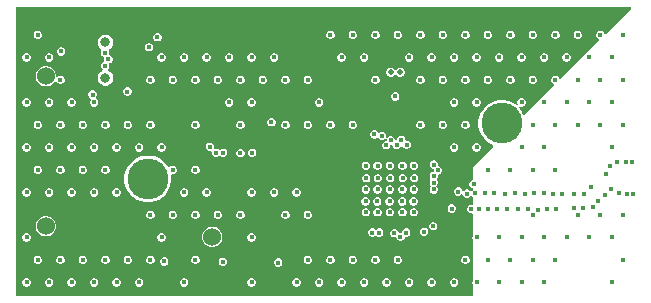
<source format=gbr>
%TF.GenerationSoftware,Altium Limited,Altium Designer,22.8.2 (66)*%
G04 Layer_Physical_Order=3*
G04 Layer_Color=16440176*
%FSLAX45Y45*%
%MOMM*%
%TF.SameCoordinates,DE4C73A7-34E9-4613-BA68-141157798951*%
%TF.FilePolarity,Positive*%
%TF.FileFunction,Copper,L3,Inr,Signal*%
%TF.Part,Single*%
G01*
G75*
%TA.AperFunction,ViaPad*%
%ADD41C,1.52400*%
%TA.AperFunction,ComponentPad*%
%ADD42C,0.81280*%
%ADD43C,1.52400*%
%ADD44C,3.45440*%
%TA.AperFunction,ViaPad*%
%ADD45C,0.45000*%
%ADD46C,0.50000*%
G36*
X7785996Y4984376D02*
X7571683Y4770063D01*
X7557962Y4774302D01*
X7554591Y4782439D01*
X7544689Y4792341D01*
X7531752Y4797700D01*
X7517748D01*
X7504811Y4792341D01*
X7494909Y4782439D01*
X7489550Y4769502D01*
Y4755498D01*
X7494909Y4742561D01*
X7504811Y4732659D01*
X7512948Y4729288D01*
X7517187Y4715567D01*
X7190683Y4389063D01*
X7176962Y4393302D01*
X7173591Y4401439D01*
X7163689Y4411341D01*
X7150752Y4416700D01*
X7136748D01*
X7123811Y4411341D01*
X7113909Y4401439D01*
X7108550Y4388502D01*
Y4374498D01*
X7113909Y4361561D01*
X7123811Y4351659D01*
X7131948Y4348288D01*
X7136187Y4334567D01*
X6886224Y4084604D01*
X6873768Y4087081D01*
X6865577Y4106855D01*
X6843939Y4139239D01*
X6834143Y4149036D01*
X6841337Y4159802D01*
X6850998Y4155800D01*
X6865002D01*
X6877939Y4161159D01*
X6887841Y4171061D01*
X6893200Y4183998D01*
Y4198002D01*
X6887841Y4210939D01*
X6877939Y4220841D01*
X6865002Y4226200D01*
X6850998D01*
X6838061Y4220841D01*
X6828159Y4210939D01*
X6822800Y4198002D01*
Y4183998D01*
X6826802Y4174337D01*
X6816399Y4166779D01*
X6784015Y4188417D01*
X6748033Y4203322D01*
X6709834Y4210920D01*
X6670886D01*
X6632687Y4203322D01*
X6596705Y4188417D01*
X6564321Y4166779D01*
X6536781Y4139239D01*
X6515143Y4106855D01*
X6500238Y4070873D01*
X6492640Y4032674D01*
Y3993726D01*
X6500238Y3955527D01*
X6515143Y3919545D01*
X6536781Y3887161D01*
X6564321Y3859621D01*
X6596705Y3837983D01*
X6614338Y3830679D01*
X6617318Y3815698D01*
X6445250Y3643630D01*
Y3535320D01*
X6444598D01*
X6431661Y3529961D01*
X6421759Y3520059D01*
X6416400Y3507122D01*
Y3493118D01*
X6421759Y3480181D01*
X6431661Y3470279D01*
X6444598Y3464920D01*
X6445250D01*
Y3449570D01*
X6437887Y3442207D01*
X6434591Y3441291D01*
X6423185Y3441155D01*
X6415659Y3448681D01*
X6402722Y3454040D01*
X6388718D01*
X6375781Y3448681D01*
X6369960Y3442860D01*
X6365219Y3443144D01*
X6356222Y3446126D01*
X6351901Y3456559D01*
X6341999Y3466461D01*
X6329062Y3471820D01*
X6315058D01*
X6302121Y3466461D01*
X6292219Y3456559D01*
X6286860Y3443622D01*
Y3429618D01*
X6292219Y3416681D01*
X6302121Y3406779D01*
X6315058Y3401420D01*
X6329062D01*
X6341999Y3406779D01*
X6347820Y3412600D01*
X6352561Y3412316D01*
X6361558Y3409334D01*
X6365879Y3398901D01*
X6375781Y3388999D01*
X6388718Y3383640D01*
X6402722D01*
X6415659Y3388999D01*
X6424673Y3398013D01*
X6427969Y3398929D01*
X6434961Y3399013D01*
X6445250Y3388816D01*
Y3329156D01*
X6438282Y3324500D01*
X6424278D01*
X6411341Y3319141D01*
X6401439Y3309239D01*
X6396080Y3296302D01*
Y3282298D01*
X6401439Y3269361D01*
X6411341Y3259459D01*
X6424278Y3254100D01*
X6438282D01*
X6445250Y3249444D01*
Y3063330D01*
X6441800Y3055002D01*
Y3040998D01*
X6445250Y3032670D01*
Y2682330D01*
X6441800Y2674002D01*
Y2659998D01*
X6445250Y2651670D01*
Y2553970D01*
X2573091D01*
Y4996109D01*
X7781136D01*
X7785996Y4984376D01*
D02*
G37*
%LPC*%
G36*
X7341252Y4797700D02*
X7327248D01*
X7314311Y4792341D01*
X7304409Y4782439D01*
X7299050Y4769502D01*
Y4755498D01*
X7304409Y4742561D01*
X7314311Y4732659D01*
X7327248Y4727300D01*
X7341252D01*
X7354189Y4732659D01*
X7364091Y4742561D01*
X7369450Y4755498D01*
Y4769502D01*
X7364091Y4782439D01*
X7354189Y4792341D01*
X7341252Y4797700D01*
D02*
G37*
G36*
X7150752D02*
X7136748D01*
X7123811Y4792341D01*
X7113909Y4782439D01*
X7108550Y4769502D01*
Y4755498D01*
X7113909Y4742561D01*
X7123811Y4732659D01*
X7136748Y4727300D01*
X7150752D01*
X7163689Y4732659D01*
X7173591Y4742561D01*
X7178950Y4755498D01*
Y4769502D01*
X7173591Y4782439D01*
X7163689Y4792341D01*
X7150752Y4797700D01*
D02*
G37*
G36*
X6960252D02*
X6946248D01*
X6933311Y4792341D01*
X6923409Y4782439D01*
X6918050Y4769502D01*
Y4755498D01*
X6923409Y4742561D01*
X6933311Y4732659D01*
X6946248Y4727300D01*
X6960252D01*
X6973189Y4732659D01*
X6983091Y4742561D01*
X6988450Y4755498D01*
Y4769502D01*
X6983091Y4782439D01*
X6973189Y4792341D01*
X6960252Y4797700D01*
D02*
G37*
G36*
X6769752D02*
X6755748D01*
X6742811Y4792341D01*
X6732909Y4782439D01*
X6727550Y4769502D01*
Y4755498D01*
X6732909Y4742561D01*
X6742811Y4732659D01*
X6755748Y4727300D01*
X6769752D01*
X6782689Y4732659D01*
X6792591Y4742561D01*
X6797950Y4755498D01*
Y4769502D01*
X6792591Y4782439D01*
X6782689Y4792341D01*
X6769752Y4797700D01*
D02*
G37*
G36*
X6579252D02*
X6565248D01*
X6552311Y4792341D01*
X6542409Y4782439D01*
X6537050Y4769502D01*
Y4755498D01*
X6542409Y4742561D01*
X6552311Y4732659D01*
X6565248Y4727300D01*
X6579252D01*
X6592189Y4732659D01*
X6602091Y4742561D01*
X6607450Y4755498D01*
Y4769502D01*
X6602091Y4782439D01*
X6592189Y4792341D01*
X6579252Y4797700D01*
D02*
G37*
G36*
X6388752D02*
X6374748D01*
X6361811Y4792341D01*
X6351909Y4782439D01*
X6346550Y4769502D01*
Y4755498D01*
X6351909Y4742561D01*
X6361811Y4732659D01*
X6374748Y4727300D01*
X6388752D01*
X6401689Y4732659D01*
X6411591Y4742561D01*
X6416950Y4755498D01*
Y4769502D01*
X6411591Y4782439D01*
X6401689Y4792341D01*
X6388752Y4797700D01*
D02*
G37*
G36*
X6198252D02*
X6184248D01*
X6171311Y4792341D01*
X6161409Y4782439D01*
X6156050Y4769502D01*
Y4755498D01*
X6161409Y4742561D01*
X6171311Y4732659D01*
X6184248Y4727300D01*
X6198252D01*
X6211189Y4732659D01*
X6221091Y4742561D01*
X6226450Y4755498D01*
Y4769502D01*
X6221091Y4782439D01*
X6211189Y4792341D01*
X6198252Y4797700D01*
D02*
G37*
G36*
X6007752D02*
X5993748D01*
X5980811Y4792341D01*
X5970909Y4782439D01*
X5965550Y4769502D01*
Y4755498D01*
X5970909Y4742561D01*
X5980811Y4732659D01*
X5993748Y4727300D01*
X6007752D01*
X6020689Y4732659D01*
X6030591Y4742561D01*
X6035950Y4755498D01*
Y4769502D01*
X6030591Y4782439D01*
X6020689Y4792341D01*
X6007752Y4797700D01*
D02*
G37*
G36*
X5817252D02*
X5803248D01*
X5790311Y4792341D01*
X5780409Y4782439D01*
X5775050Y4769502D01*
Y4755498D01*
X5780409Y4742561D01*
X5790311Y4732659D01*
X5803248Y4727300D01*
X5817252D01*
X5830189Y4732659D01*
X5840091Y4742561D01*
X5845450Y4755498D01*
Y4769502D01*
X5840091Y4782439D01*
X5830189Y4792341D01*
X5817252Y4797700D01*
D02*
G37*
G36*
X5626752D02*
X5612748D01*
X5599811Y4792341D01*
X5589909Y4782439D01*
X5584550Y4769502D01*
Y4755498D01*
X5589909Y4742561D01*
X5599811Y4732659D01*
X5612748Y4727300D01*
X5626752D01*
X5639689Y4732659D01*
X5649591Y4742561D01*
X5654950Y4755498D01*
Y4769502D01*
X5649591Y4782439D01*
X5639689Y4792341D01*
X5626752Y4797700D01*
D02*
G37*
G36*
X5436252D02*
X5422248D01*
X5409311Y4792341D01*
X5399409Y4782439D01*
X5394050Y4769502D01*
Y4755498D01*
X5399409Y4742561D01*
X5409311Y4732659D01*
X5422248Y4727300D01*
X5436252D01*
X5449189Y4732659D01*
X5459091Y4742561D01*
X5464450Y4755498D01*
Y4769502D01*
X5459091Y4782439D01*
X5449189Y4792341D01*
X5436252Y4797700D01*
D02*
G37*
G36*
X5245752D02*
X5231748D01*
X5218811Y4792341D01*
X5208909Y4782439D01*
X5203550Y4769502D01*
Y4755498D01*
X5208909Y4742561D01*
X5218811Y4732659D01*
X5231748Y4727300D01*
X5245752D01*
X5258689Y4732659D01*
X5268591Y4742561D01*
X5273950Y4755498D01*
Y4769502D01*
X5268591Y4782439D01*
X5258689Y4792341D01*
X5245752Y4797700D01*
D02*
G37*
G36*
X2769252D02*
X2755248D01*
X2742311Y4792341D01*
X2732409Y4782439D01*
X2727050Y4769502D01*
Y4755498D01*
X2732409Y4742561D01*
X2742311Y4732659D01*
X2755248Y4727300D01*
X2769252D01*
X2782189Y4732659D01*
X2792091Y4742561D01*
X2797450Y4755498D01*
Y4769502D01*
X2792091Y4782439D01*
X2782189Y4792341D01*
X2769252Y4797700D01*
D02*
G37*
G36*
X3781442Y4777570D02*
X3767438D01*
X3754501Y4772211D01*
X3744599Y4762309D01*
X3739240Y4749372D01*
Y4735368D01*
X3744599Y4722431D01*
X3754501Y4712529D01*
X3767438Y4707170D01*
X3781442D01*
X3794379Y4712529D01*
X3804281Y4722431D01*
X3809640Y4735368D01*
Y4749372D01*
X3804281Y4762309D01*
X3794379Y4772211D01*
X3781442Y4777570D01*
D02*
G37*
G36*
X3710322Y4694470D02*
X3696318D01*
X3683381Y4689111D01*
X3673479Y4679209D01*
X3668120Y4666272D01*
Y4652268D01*
X3673479Y4639331D01*
X3683381Y4629429D01*
X3696318Y4624070D01*
X3710322D01*
X3723259Y4629429D01*
X3733161Y4639331D01*
X3738520Y4652268D01*
Y4666272D01*
X3733161Y4679209D01*
X3723259Y4689111D01*
X3710322Y4694470D01*
D02*
G37*
G36*
X2966102Y4658000D02*
X2952098D01*
X2939161Y4652641D01*
X2929259Y4642739D01*
X2923900Y4629802D01*
Y4615798D01*
X2929259Y4602861D01*
X2939161Y4592959D01*
X2952098Y4587600D01*
X2966102D01*
X2979039Y4592959D01*
X2988941Y4602861D01*
X2994300Y4615798D01*
Y4629802D01*
X2988941Y4642739D01*
X2979039Y4652641D01*
X2966102Y4658000D01*
D02*
G37*
G36*
X7246002Y4607200D02*
X7231998D01*
X7219061Y4601841D01*
X7209159Y4591939D01*
X7203800Y4579002D01*
Y4564998D01*
X7209159Y4552061D01*
X7219061Y4542159D01*
X7231998Y4536800D01*
X7246002D01*
X7258939Y4542159D01*
X7268841Y4552061D01*
X7274200Y4564998D01*
Y4579002D01*
X7268841Y4591939D01*
X7258939Y4601841D01*
X7246002Y4607200D01*
D02*
G37*
G36*
X7055502D02*
X7041498D01*
X7028561Y4601841D01*
X7018659Y4591939D01*
X7013300Y4579002D01*
Y4564998D01*
X7018659Y4552061D01*
X7028561Y4542159D01*
X7041498Y4536800D01*
X7055502D01*
X7068439Y4542159D01*
X7078341Y4552061D01*
X7083700Y4564998D01*
Y4579002D01*
X7078341Y4591939D01*
X7068439Y4601841D01*
X7055502Y4607200D01*
D02*
G37*
G36*
X6865002D02*
X6850998D01*
X6838061Y4601841D01*
X6828159Y4591939D01*
X6822800Y4579002D01*
Y4564998D01*
X6828159Y4552061D01*
X6838061Y4542159D01*
X6850998Y4536800D01*
X6865002D01*
X6877939Y4542159D01*
X6887841Y4552061D01*
X6893200Y4564998D01*
Y4579002D01*
X6887841Y4591939D01*
X6877939Y4601841D01*
X6865002Y4607200D01*
D02*
G37*
G36*
X6674502D02*
X6660498D01*
X6647561Y4601841D01*
X6637659Y4591939D01*
X6632300Y4579002D01*
Y4564998D01*
X6637659Y4552061D01*
X6647561Y4542159D01*
X6660498Y4536800D01*
X6674502D01*
X6687439Y4542159D01*
X6697341Y4552061D01*
X6702700Y4564998D01*
Y4579002D01*
X6697341Y4591939D01*
X6687439Y4601841D01*
X6674502Y4607200D01*
D02*
G37*
G36*
X6484002D02*
X6469998D01*
X6457061Y4601841D01*
X6447159Y4591939D01*
X6441800Y4579002D01*
Y4564998D01*
X6447159Y4552061D01*
X6457061Y4542159D01*
X6469998Y4536800D01*
X6484002D01*
X6496939Y4542159D01*
X6506841Y4552061D01*
X6512200Y4564998D01*
Y4579002D01*
X6506841Y4591939D01*
X6496939Y4601841D01*
X6484002Y4607200D01*
D02*
G37*
G36*
X6293502D02*
X6279498D01*
X6266561Y4601841D01*
X6256659Y4591939D01*
X6251300Y4579002D01*
Y4564998D01*
X6256659Y4552061D01*
X6266561Y4542159D01*
X6279498Y4536800D01*
X6293502D01*
X6306439Y4542159D01*
X6316341Y4552061D01*
X6321700Y4564998D01*
Y4579002D01*
X6316341Y4591939D01*
X6306439Y4601841D01*
X6293502Y4607200D01*
D02*
G37*
G36*
X6103002D02*
X6088998D01*
X6076061Y4601841D01*
X6066159Y4591939D01*
X6060800Y4579002D01*
Y4564998D01*
X6066159Y4552061D01*
X6076061Y4542159D01*
X6088998Y4536800D01*
X6103002D01*
X6115939Y4542159D01*
X6125841Y4552061D01*
X6131200Y4564998D01*
Y4579002D01*
X6125841Y4591939D01*
X6115939Y4601841D01*
X6103002Y4607200D01*
D02*
G37*
G36*
X5912502D02*
X5898498D01*
X5885561Y4601841D01*
X5875659Y4591939D01*
X5870300Y4579002D01*
Y4564998D01*
X5875659Y4552061D01*
X5885561Y4542159D01*
X5898498Y4536800D01*
X5912502D01*
X5925439Y4542159D01*
X5935341Y4552061D01*
X5940700Y4564998D01*
Y4579002D01*
X5935341Y4591939D01*
X5925439Y4601841D01*
X5912502Y4607200D01*
D02*
G37*
G36*
X5531502D02*
X5517498D01*
X5504561Y4601841D01*
X5494659Y4591939D01*
X5489300Y4579002D01*
Y4564998D01*
X5494659Y4552061D01*
X5504561Y4542159D01*
X5517498Y4536800D01*
X5531502D01*
X5544439Y4542159D01*
X5554341Y4552061D01*
X5559700Y4564998D01*
Y4579002D01*
X5554341Y4591939D01*
X5544439Y4601841D01*
X5531502Y4607200D01*
D02*
G37*
G36*
X5341002D02*
X5326998D01*
X5314061Y4601841D01*
X5304159Y4591939D01*
X5298800Y4579002D01*
Y4564998D01*
X5304159Y4552061D01*
X5314061Y4542159D01*
X5326998Y4536800D01*
X5341002D01*
X5353939Y4542159D01*
X5363841Y4552061D01*
X5369200Y4564998D01*
Y4579002D01*
X5363841Y4591939D01*
X5353939Y4601841D01*
X5341002Y4607200D01*
D02*
G37*
G36*
X4769502D02*
X4755498D01*
X4742561Y4601841D01*
X4732659Y4591939D01*
X4727300Y4579002D01*
Y4564998D01*
X4732659Y4552061D01*
X4742561Y4542159D01*
X4755498Y4536800D01*
X4769502D01*
X4782439Y4542159D01*
X4792341Y4552061D01*
X4797700Y4564998D01*
Y4579002D01*
X4792341Y4591939D01*
X4782439Y4601841D01*
X4769502Y4607200D01*
D02*
G37*
G36*
X4579002D02*
X4564998D01*
X4552061Y4601841D01*
X4542159Y4591939D01*
X4536800Y4579002D01*
Y4564998D01*
X4542159Y4552061D01*
X4552061Y4542159D01*
X4564998Y4536800D01*
X4579002D01*
X4591939Y4542159D01*
X4601841Y4552061D01*
X4607200Y4564998D01*
Y4579002D01*
X4601841Y4591939D01*
X4591939Y4601841D01*
X4579002Y4607200D01*
D02*
G37*
G36*
X4388502D02*
X4374498D01*
X4361561Y4601841D01*
X4351659Y4591939D01*
X4346300Y4579002D01*
Y4564998D01*
X4351659Y4552061D01*
X4361561Y4542159D01*
X4374498Y4536800D01*
X4388502D01*
X4401439Y4542159D01*
X4411341Y4552061D01*
X4416700Y4564998D01*
Y4579002D01*
X4411341Y4591939D01*
X4401439Y4601841D01*
X4388502Y4607200D01*
D02*
G37*
G36*
X4198002D02*
X4183998D01*
X4171061Y4601841D01*
X4161159Y4591939D01*
X4155800Y4579002D01*
Y4564998D01*
X4161159Y4552061D01*
X4171061Y4542159D01*
X4183998Y4536800D01*
X4198002D01*
X4210939Y4542159D01*
X4220841Y4552061D01*
X4226200Y4564998D01*
Y4579002D01*
X4220841Y4591939D01*
X4210939Y4601841D01*
X4198002Y4607200D01*
D02*
G37*
G36*
X4007502D02*
X3993498D01*
X3980561Y4601841D01*
X3970659Y4591939D01*
X3965300Y4579002D01*
Y4564998D01*
X3970659Y4552061D01*
X3980561Y4542159D01*
X3993498Y4536800D01*
X4007502D01*
X4020439Y4542159D01*
X4030341Y4552061D01*
X4035700Y4564998D01*
Y4579002D01*
X4030341Y4591939D01*
X4020439Y4601841D01*
X4007502Y4607200D01*
D02*
G37*
G36*
X3817002D02*
X3802998D01*
X3790061Y4601841D01*
X3780159Y4591939D01*
X3774800Y4579002D01*
Y4564998D01*
X3780159Y4552061D01*
X3790061Y4542159D01*
X3802998Y4536800D01*
X3817002D01*
X3829939Y4542159D01*
X3839841Y4552061D01*
X3845200Y4564998D01*
Y4579002D01*
X3839841Y4591939D01*
X3829939Y4601841D01*
X3817002Y4607200D01*
D02*
G37*
G36*
X2864502D02*
X2850498D01*
X2837561Y4601841D01*
X2827659Y4591939D01*
X2822300Y4579002D01*
Y4564998D01*
X2827659Y4552061D01*
X2837561Y4542159D01*
X2850498Y4536800D01*
X2864502D01*
X2877439Y4542159D01*
X2887341Y4552061D01*
X2892700Y4564998D01*
Y4579002D01*
X2887341Y4591939D01*
X2877439Y4601841D01*
X2864502Y4607200D01*
D02*
G37*
G36*
X2674002D02*
X2659998D01*
X2647061Y4601841D01*
X2637159Y4591939D01*
X2631800Y4579002D01*
Y4564998D01*
X2637159Y4552061D01*
X2647061Y4542159D01*
X2659998Y4536800D01*
X2674002D01*
X2686939Y4542159D01*
X2696841Y4552061D01*
X2702200Y4564998D01*
Y4579002D01*
X2696841Y4591939D01*
X2686939Y4601841D01*
X2674002Y4607200D01*
D02*
G37*
G36*
X5838699Y4485240D02*
X5823701D01*
X5809845Y4479501D01*
X5799239Y4468895D01*
X5798073Y4466080D01*
X5784327D01*
X5783161Y4468895D01*
X5772555Y4479501D01*
X5758699Y4485240D01*
X5743701D01*
X5729845Y4479501D01*
X5719240Y4468895D01*
X5713500Y4455039D01*
Y4440041D01*
X5719240Y4426185D01*
X5729845Y4415579D01*
X5743701Y4409840D01*
X5758699D01*
X5772555Y4415579D01*
X5783161Y4426185D01*
X5784327Y4429000D01*
X5798073D01*
X5799239Y4426185D01*
X5809845Y4415579D01*
X5823701Y4409840D01*
X5838699D01*
X5852555Y4415579D01*
X5863160Y4426185D01*
X5868900Y4440041D01*
Y4455039D01*
X5863160Y4468895D01*
X5852555Y4479501D01*
X5838699Y4485240D01*
D02*
G37*
G36*
X6960252Y4416700D02*
X6946248D01*
X6933311Y4411341D01*
X6923409Y4401439D01*
X6918050Y4388502D01*
Y4374498D01*
X6923409Y4361561D01*
X6933311Y4351659D01*
X6946248Y4346300D01*
X6960252D01*
X6973189Y4351659D01*
X6983091Y4361561D01*
X6988450Y4374498D01*
Y4388502D01*
X6983091Y4401439D01*
X6973189Y4411341D01*
X6960252Y4416700D01*
D02*
G37*
G36*
X6769752D02*
X6755748D01*
X6742811Y4411341D01*
X6732909Y4401439D01*
X6727550Y4388502D01*
Y4374498D01*
X6732909Y4361561D01*
X6742811Y4351659D01*
X6755748Y4346300D01*
X6769752D01*
X6782689Y4351659D01*
X6792591Y4361561D01*
X6797950Y4374498D01*
Y4388502D01*
X6792591Y4401439D01*
X6782689Y4411341D01*
X6769752Y4416700D01*
D02*
G37*
G36*
X6579252D02*
X6565248D01*
X6552311Y4411341D01*
X6542409Y4401439D01*
X6537050Y4388502D01*
Y4374498D01*
X6542409Y4361561D01*
X6552311Y4351659D01*
X6565248Y4346300D01*
X6579252D01*
X6592189Y4351659D01*
X6602091Y4361561D01*
X6607450Y4374498D01*
Y4388502D01*
X6602091Y4401439D01*
X6592189Y4411341D01*
X6579252Y4416700D01*
D02*
G37*
G36*
X6388752D02*
X6374748D01*
X6361811Y4411341D01*
X6351909Y4401439D01*
X6346550Y4388502D01*
Y4374498D01*
X6351909Y4361561D01*
X6361811Y4351659D01*
X6374748Y4346300D01*
X6388752D01*
X6401689Y4351659D01*
X6411591Y4361561D01*
X6416950Y4374498D01*
Y4388502D01*
X6411591Y4401439D01*
X6401689Y4411341D01*
X6388752Y4416700D01*
D02*
G37*
G36*
X6198252D02*
X6184248D01*
X6171311Y4411341D01*
X6161409Y4401439D01*
X6156050Y4388502D01*
Y4374498D01*
X6161409Y4361561D01*
X6171311Y4351659D01*
X6184248Y4346300D01*
X6198252D01*
X6211189Y4351659D01*
X6221091Y4361561D01*
X6226450Y4374498D01*
Y4388502D01*
X6221091Y4401439D01*
X6211189Y4411341D01*
X6198252Y4416700D01*
D02*
G37*
G36*
X6007752D02*
X5993748D01*
X5980811Y4411341D01*
X5970909Y4401439D01*
X5965550Y4388502D01*
Y4374498D01*
X5970909Y4361561D01*
X5980811Y4351659D01*
X5993748Y4346300D01*
X6007752D01*
X6020689Y4351659D01*
X6030591Y4361561D01*
X6035950Y4374498D01*
Y4388502D01*
X6030591Y4401439D01*
X6020689Y4411341D01*
X6007752Y4416700D01*
D02*
G37*
G36*
X5626752D02*
X5612748D01*
X5599811Y4411341D01*
X5589909Y4401439D01*
X5584550Y4388502D01*
Y4374498D01*
X5589909Y4361561D01*
X5599811Y4351659D01*
X5612748Y4346300D01*
X5626752D01*
X5639689Y4351659D01*
X5649591Y4361561D01*
X5654950Y4374498D01*
Y4388502D01*
X5649591Y4401439D01*
X5639689Y4411341D01*
X5626752Y4416700D01*
D02*
G37*
G36*
X5055252D02*
X5041248D01*
X5028311Y4411341D01*
X5018409Y4401439D01*
X5013050Y4388502D01*
Y4374498D01*
X5018409Y4361561D01*
X5028311Y4351659D01*
X5041248Y4346300D01*
X5055252D01*
X5068189Y4351659D01*
X5078091Y4361561D01*
X5083450Y4374498D01*
Y4388502D01*
X5078091Y4401439D01*
X5068189Y4411341D01*
X5055252Y4416700D01*
D02*
G37*
G36*
X4864752D02*
X4850748D01*
X4837811Y4411341D01*
X4827909Y4401439D01*
X4822550Y4388502D01*
Y4374498D01*
X4827909Y4361561D01*
X4837811Y4351659D01*
X4850748Y4346300D01*
X4864752D01*
X4877689Y4351659D01*
X4887591Y4361561D01*
X4892950Y4374498D01*
Y4388502D01*
X4887591Y4401439D01*
X4877689Y4411341D01*
X4864752Y4416700D01*
D02*
G37*
G36*
X4674252D02*
X4660248D01*
X4647311Y4411341D01*
X4637409Y4401439D01*
X4632050Y4388502D01*
Y4374498D01*
X4637409Y4361561D01*
X4647311Y4351659D01*
X4660248Y4346300D01*
X4674252D01*
X4687189Y4351659D01*
X4697091Y4361561D01*
X4702450Y4374498D01*
Y4388502D01*
X4697091Y4401439D01*
X4687189Y4411341D01*
X4674252Y4416700D01*
D02*
G37*
G36*
X4483752D02*
X4469748D01*
X4456811Y4411341D01*
X4446909Y4401439D01*
X4441550Y4388502D01*
Y4374498D01*
X4446909Y4361561D01*
X4456811Y4351659D01*
X4469748Y4346300D01*
X4483752D01*
X4496689Y4351659D01*
X4506591Y4361561D01*
X4511950Y4374498D01*
Y4388502D01*
X4506591Y4401439D01*
X4496689Y4411341D01*
X4483752Y4416700D01*
D02*
G37*
G36*
X4293252D02*
X4279248D01*
X4266311Y4411341D01*
X4256409Y4401439D01*
X4251050Y4388502D01*
Y4374498D01*
X4256409Y4361561D01*
X4266311Y4351659D01*
X4279248Y4346300D01*
X4293252D01*
X4306189Y4351659D01*
X4316091Y4361561D01*
X4321450Y4374498D01*
Y4388502D01*
X4316091Y4401439D01*
X4306189Y4411341D01*
X4293252Y4416700D01*
D02*
G37*
G36*
X4102752D02*
X4088748D01*
X4075811Y4411341D01*
X4065909Y4401439D01*
X4060550Y4388502D01*
Y4374498D01*
X4065909Y4361561D01*
X4075811Y4351659D01*
X4088748Y4346300D01*
X4102752D01*
X4115689Y4351659D01*
X4125591Y4361561D01*
X4130950Y4374498D01*
Y4388502D01*
X4125591Y4401439D01*
X4115689Y4411341D01*
X4102752Y4416700D01*
D02*
G37*
G36*
X3912252D02*
X3898248D01*
X3885311Y4411341D01*
X3875409Y4401439D01*
X3870050Y4388502D01*
Y4374498D01*
X3875409Y4361561D01*
X3885311Y4351659D01*
X3898248Y4346300D01*
X3912252D01*
X3925189Y4351659D01*
X3935091Y4361561D01*
X3940450Y4374498D01*
Y4388502D01*
X3935091Y4401439D01*
X3925189Y4411341D01*
X3912252Y4416700D01*
D02*
G37*
G36*
X3721752D02*
X3707748D01*
X3694811Y4411341D01*
X3684909Y4401439D01*
X3679550Y4388502D01*
Y4374498D01*
X3684909Y4361561D01*
X3694811Y4351659D01*
X3707748Y4346300D01*
X3721752D01*
X3734689Y4351659D01*
X3744591Y4361561D01*
X3749950Y4374498D01*
Y4388502D01*
X3744591Y4401439D01*
X3734689Y4411341D01*
X3721752Y4416700D01*
D02*
G37*
G36*
X2840930Y4499610D02*
X2818190D01*
X2796226Y4493725D01*
X2776534Y4482355D01*
X2760455Y4466276D01*
X2749085Y4446584D01*
X2743200Y4424620D01*
Y4401880D01*
X2749085Y4379916D01*
X2760455Y4360224D01*
X2776534Y4344145D01*
X2796226Y4332775D01*
X2818190Y4326890D01*
X2840930D01*
X2862894Y4332775D01*
X2882586Y4344145D01*
X2898665Y4360224D01*
X2905709Y4372424D01*
X2906314Y4372530D01*
X2919230Y4370443D01*
X2922909Y4361561D01*
X2932811Y4351659D01*
X2945748Y4346300D01*
X2959752D01*
X2972689Y4351659D01*
X2982591Y4361561D01*
X2987950Y4374498D01*
Y4388502D01*
X2982591Y4401439D01*
X2972689Y4411341D01*
X2959752Y4416700D01*
X2945748D01*
X2932811Y4411341D01*
X2928620Y4407150D01*
X2915920Y4412411D01*
Y4424620D01*
X2910035Y4446584D01*
X2898665Y4466276D01*
X2882586Y4482355D01*
X2862894Y4493725D01*
X2840930Y4499610D01*
D02*
G37*
G36*
X3343662Y4764780D02*
X3326378D01*
X3309684Y4760307D01*
X3294716Y4751665D01*
X3282495Y4739444D01*
X3273853Y4724476D01*
X3269380Y4707782D01*
Y4690498D01*
X3273853Y4673804D01*
X3282495Y4658836D01*
X3294716Y4646615D01*
X3298666Y4644334D01*
X3300324Y4631743D01*
X3299690Y4631110D01*
X3294331Y4618173D01*
Y4604169D01*
X3299690Y4591232D01*
X3309592Y4581330D01*
X3322529Y4575971D01*
X3327312Y4568813D01*
X3325220Y4563762D01*
Y4549758D01*
X3325625Y4548780D01*
X3325478Y4536080D01*
X3319254Y4533501D01*
X3312541Y4530721D01*
X3302639Y4520819D01*
X3297280Y4507882D01*
Y4493878D01*
X3302639Y4480941D01*
X3310032Y4473548D01*
X3309799Y4464685D01*
X3309614Y4463696D01*
X3307838Y4459241D01*
X3294716Y4451665D01*
X3282495Y4439444D01*
X3273853Y4424476D01*
X3269380Y4407782D01*
Y4390498D01*
X3273853Y4373804D01*
X3282495Y4358836D01*
X3294716Y4346615D01*
X3309684Y4337973D01*
X3326378Y4333500D01*
X3343662D01*
X3360356Y4337973D01*
X3375324Y4346615D01*
X3387545Y4358836D01*
X3396187Y4373804D01*
X3400660Y4390498D01*
Y4407782D01*
X3396187Y4424476D01*
X3387545Y4439444D01*
X3375324Y4451665D01*
X3360356Y4460307D01*
X3358719Y4460745D01*
X3358321Y4461395D01*
X3356002Y4474622D01*
X3362321Y4480941D01*
X3367680Y4493878D01*
Y4507882D01*
X3367275Y4508860D01*
X3367422Y4521560D01*
X3373646Y4524139D01*
X3380359Y4526919D01*
X3390261Y4536821D01*
X3395620Y4549758D01*
Y4563762D01*
X3390261Y4576699D01*
X3380359Y4586601D01*
X3367422Y4591960D01*
X3362639Y4599118D01*
X3364731Y4604169D01*
Y4618173D01*
X3361814Y4625216D01*
X3360892Y4633281D01*
X3366768Y4641675D01*
X3375324Y4646615D01*
X3387545Y4658836D01*
X3396187Y4673804D01*
X3400660Y4690498D01*
Y4707782D01*
X3396187Y4724476D01*
X3387545Y4739444D01*
X3375324Y4751665D01*
X3360356Y4760307D01*
X3343662Y4764780D01*
D02*
G37*
G36*
X3527442Y4317640D02*
X3513438D01*
X3500501Y4312281D01*
X3490599Y4302379D01*
X3485240Y4289442D01*
Y4275438D01*
X3490599Y4262501D01*
X3500501Y4252599D01*
X3513438Y4247240D01*
X3527442D01*
X3540379Y4252599D01*
X3550281Y4262501D01*
X3555640Y4275438D01*
Y4289442D01*
X3550281Y4302379D01*
X3540379Y4312281D01*
X3527442Y4317640D01*
D02*
G37*
G36*
X5795662Y4277000D02*
X5781658D01*
X5768721Y4271641D01*
X5758819Y4261739D01*
X5753460Y4248802D01*
Y4234798D01*
X5758819Y4221861D01*
X5768721Y4211959D01*
X5781658Y4206600D01*
X5795662D01*
X5808599Y4211959D01*
X5818501Y4221861D01*
X5823860Y4234798D01*
Y4248802D01*
X5818501Y4261739D01*
X5808599Y4271641D01*
X5795662Y4277000D01*
D02*
G37*
G36*
X6484002Y4226200D02*
X6469998D01*
X6457061Y4220841D01*
X6447159Y4210939D01*
X6441800Y4198002D01*
Y4183998D01*
X6447159Y4171061D01*
X6457061Y4161159D01*
X6469998Y4155800D01*
X6484002D01*
X6496939Y4161159D01*
X6506841Y4171061D01*
X6512200Y4183998D01*
Y4198002D01*
X6506841Y4210939D01*
X6496939Y4220841D01*
X6484002Y4226200D01*
D02*
G37*
G36*
X6293502D02*
X6279498D01*
X6266561Y4220841D01*
X6256659Y4210939D01*
X6251300Y4198002D01*
Y4183998D01*
X6256659Y4171061D01*
X6266561Y4161159D01*
X6279498Y4155800D01*
X6293502D01*
X6306439Y4161159D01*
X6316341Y4171061D01*
X6321700Y4183998D01*
Y4198002D01*
X6316341Y4210939D01*
X6306439Y4220841D01*
X6293502Y4226200D01*
D02*
G37*
G36*
X5150502D02*
X5136498D01*
X5123561Y4220841D01*
X5113659Y4210939D01*
X5108300Y4198002D01*
Y4183998D01*
X5113659Y4171061D01*
X5123561Y4161159D01*
X5136498Y4155800D01*
X5150502D01*
X5163439Y4161159D01*
X5173341Y4171061D01*
X5178700Y4183998D01*
Y4198002D01*
X5173341Y4210939D01*
X5163439Y4220841D01*
X5150502Y4226200D01*
D02*
G37*
G36*
X4579002D02*
X4564998D01*
X4552061Y4220841D01*
X4542159Y4210939D01*
X4536800Y4198002D01*
Y4183998D01*
X4542159Y4171061D01*
X4552061Y4161159D01*
X4564998Y4155800D01*
X4579002D01*
X4591939Y4161159D01*
X4601841Y4171061D01*
X4607200Y4183998D01*
Y4198002D01*
X4601841Y4210939D01*
X4591939Y4220841D01*
X4579002Y4226200D01*
D02*
G37*
G36*
X4388502D02*
X4374498D01*
X4361561Y4220841D01*
X4351659Y4210939D01*
X4346300Y4198002D01*
Y4183998D01*
X4351659Y4171061D01*
X4361561Y4161159D01*
X4374498Y4155800D01*
X4388502D01*
X4401439Y4161159D01*
X4411341Y4171061D01*
X4416700Y4183998D01*
Y4198002D01*
X4411341Y4210939D01*
X4401439Y4220841D01*
X4388502Y4226200D01*
D02*
G37*
G36*
X3232802Y4292240D02*
X3218798D01*
X3205861Y4286881D01*
X3195959Y4276979D01*
X3190600Y4264042D01*
Y4250038D01*
X3195959Y4237101D01*
X3205861Y4227199D01*
X3206637Y4226878D01*
X3209617Y4211897D01*
X3208659Y4210939D01*
X3203300Y4198002D01*
Y4183998D01*
X3208659Y4171061D01*
X3218561Y4161159D01*
X3231498Y4155800D01*
X3245502D01*
X3258439Y4161159D01*
X3268341Y4171061D01*
X3273700Y4183998D01*
Y4198002D01*
X3268341Y4210939D01*
X3258439Y4220841D01*
X3257663Y4221162D01*
X3254683Y4236143D01*
X3255641Y4237101D01*
X3261000Y4250038D01*
Y4264042D01*
X3255641Y4276979D01*
X3245739Y4286881D01*
X3232802Y4292240D01*
D02*
G37*
G36*
X3055002Y4226200D02*
X3040998D01*
X3028061Y4220841D01*
X3018159Y4210939D01*
X3012800Y4198002D01*
Y4183998D01*
X3018159Y4171061D01*
X3028061Y4161159D01*
X3040998Y4155800D01*
X3055002D01*
X3067939Y4161159D01*
X3077841Y4171061D01*
X3083200Y4183998D01*
Y4198002D01*
X3077841Y4210939D01*
X3067939Y4220841D01*
X3055002Y4226200D01*
D02*
G37*
G36*
X2864502D02*
X2850498D01*
X2837561Y4220841D01*
X2827659Y4210939D01*
X2822300Y4198002D01*
Y4183998D01*
X2827659Y4171061D01*
X2837561Y4161159D01*
X2850498Y4155800D01*
X2864502D01*
X2877439Y4161159D01*
X2887341Y4171061D01*
X2892700Y4183998D01*
Y4198002D01*
X2887341Y4210939D01*
X2877439Y4220841D01*
X2864502Y4226200D01*
D02*
G37*
G36*
X2674002D02*
X2659998D01*
X2647061Y4220841D01*
X2637159Y4210939D01*
X2631800Y4198002D01*
Y4183998D01*
X2637159Y4171061D01*
X2647061Y4161159D01*
X2659998Y4155800D01*
X2674002D01*
X2686939Y4161159D01*
X2696841Y4171061D01*
X2702200Y4183998D01*
Y4198002D01*
X2696841Y4210939D01*
X2686939Y4220841D01*
X2674002Y4226200D01*
D02*
G37*
G36*
X4746642Y4058560D02*
X4732638D01*
X4719701Y4053201D01*
X4709799Y4043299D01*
X4704440Y4030362D01*
Y4016358D01*
X4709799Y4003421D01*
X4719701Y3993519D01*
X4732638Y3988160D01*
X4746642D01*
X4759579Y3993519D01*
X4769481Y4003421D01*
X4774840Y4016358D01*
Y4030362D01*
X4769481Y4043299D01*
X4759579Y4053201D01*
X4746642Y4058560D01*
D02*
G37*
G36*
X6388752Y4035700D02*
X6374748D01*
X6361811Y4030341D01*
X6351909Y4020439D01*
X6346550Y4007502D01*
Y3993498D01*
X6351909Y3980561D01*
X6361811Y3970659D01*
X6374748Y3965300D01*
X6388752D01*
X6401689Y3970659D01*
X6411591Y3980561D01*
X6416950Y3993498D01*
Y4007502D01*
X6411591Y4020439D01*
X6401689Y4030341D01*
X6388752Y4035700D01*
D02*
G37*
G36*
X6198252D02*
X6184248D01*
X6171311Y4030341D01*
X6161409Y4020439D01*
X6156050Y4007502D01*
Y3993498D01*
X6161409Y3980561D01*
X6171311Y3970659D01*
X6184248Y3965300D01*
X6198252D01*
X6211189Y3970659D01*
X6221091Y3980561D01*
X6226450Y3993498D01*
Y4007502D01*
X6221091Y4020439D01*
X6211189Y4030341D01*
X6198252Y4035700D01*
D02*
G37*
G36*
X6007752D02*
X5993748D01*
X5980811Y4030341D01*
X5970909Y4020439D01*
X5965550Y4007502D01*
Y3993498D01*
X5970909Y3980561D01*
X5980811Y3970659D01*
X5993748Y3965300D01*
X6007752D01*
X6020689Y3970659D01*
X6030591Y3980561D01*
X6035950Y3993498D01*
Y4007502D01*
X6030591Y4020439D01*
X6020689Y4030341D01*
X6007752Y4035700D01*
D02*
G37*
G36*
X5436252D02*
X5422248D01*
X5409311Y4030341D01*
X5399409Y4020439D01*
X5394050Y4007502D01*
Y3993498D01*
X5399409Y3980561D01*
X5409311Y3970659D01*
X5422248Y3965300D01*
X5436252D01*
X5449189Y3970659D01*
X5459091Y3980561D01*
X5464450Y3993498D01*
Y4007502D01*
X5459091Y4020439D01*
X5449189Y4030341D01*
X5436252Y4035700D01*
D02*
G37*
G36*
X5245752D02*
X5231748D01*
X5218811Y4030341D01*
X5208909Y4020439D01*
X5203550Y4007502D01*
Y3993498D01*
X5208909Y3980561D01*
X5218811Y3970659D01*
X5231748Y3965300D01*
X5245752D01*
X5258689Y3970659D01*
X5268591Y3980561D01*
X5273950Y3993498D01*
Y4007502D01*
X5268591Y4020439D01*
X5258689Y4030341D01*
X5245752Y4035700D01*
D02*
G37*
G36*
X5055252D02*
X5041248D01*
X5028311Y4030341D01*
X5018409Y4020439D01*
X5013050Y4007502D01*
Y3993498D01*
X5018409Y3980561D01*
X5028311Y3970659D01*
X5041248Y3965300D01*
X5055252D01*
X5068189Y3970659D01*
X5078091Y3980561D01*
X5083450Y3993498D01*
Y4007502D01*
X5078091Y4020439D01*
X5068189Y4030341D01*
X5055252Y4035700D01*
D02*
G37*
G36*
X4864752D02*
X4850748D01*
X4837811Y4030341D01*
X4827909Y4020439D01*
X4822550Y4007502D01*
Y3993498D01*
X4827909Y3980561D01*
X4837811Y3970659D01*
X4850748Y3965300D01*
X4864752D01*
X4877689Y3970659D01*
X4887591Y3980561D01*
X4892950Y3993498D01*
Y4007502D01*
X4887591Y4020439D01*
X4877689Y4030341D01*
X4864752Y4035700D01*
D02*
G37*
G36*
X4483752D02*
X4469748D01*
X4456811Y4030341D01*
X4446909Y4020439D01*
X4441550Y4007502D01*
Y3993498D01*
X4446909Y3980561D01*
X4456811Y3970659D01*
X4469748Y3965300D01*
X4483752D01*
X4496689Y3970659D01*
X4506591Y3980561D01*
X4511950Y3993498D01*
Y4007502D01*
X4506591Y4020439D01*
X4496689Y4030341D01*
X4483752Y4035700D01*
D02*
G37*
G36*
X4102752D02*
X4088748D01*
X4075811Y4030341D01*
X4065909Y4020439D01*
X4060550Y4007502D01*
Y3993498D01*
X4065909Y3980561D01*
X4075811Y3970659D01*
X4088748Y3965300D01*
X4102752D01*
X4115689Y3970659D01*
X4125591Y3980561D01*
X4130950Y3993498D01*
Y4007502D01*
X4125591Y4020439D01*
X4115689Y4030341D01*
X4102752Y4035700D01*
D02*
G37*
G36*
X3721752D02*
X3707748D01*
X3694811Y4030341D01*
X3684909Y4020439D01*
X3679550Y4007502D01*
Y3993498D01*
X3684909Y3980561D01*
X3694811Y3970659D01*
X3707748Y3965300D01*
X3721752D01*
X3734689Y3970659D01*
X3744591Y3980561D01*
X3749950Y3993498D01*
Y4007502D01*
X3744591Y4020439D01*
X3734689Y4030341D01*
X3721752Y4035700D01*
D02*
G37*
G36*
X3531252D02*
X3517248D01*
X3504311Y4030341D01*
X3494409Y4020439D01*
X3489050Y4007502D01*
Y3993498D01*
X3494409Y3980561D01*
X3504311Y3970659D01*
X3517248Y3965300D01*
X3531252D01*
X3544189Y3970659D01*
X3554091Y3980561D01*
X3559450Y3993498D01*
Y4007502D01*
X3554091Y4020439D01*
X3544189Y4030341D01*
X3531252Y4035700D01*
D02*
G37*
G36*
X3340752D02*
X3326748D01*
X3313811Y4030341D01*
X3303909Y4020439D01*
X3298550Y4007502D01*
Y3993498D01*
X3303909Y3980561D01*
X3313811Y3970659D01*
X3326748Y3965300D01*
X3340752D01*
X3353689Y3970659D01*
X3363591Y3980561D01*
X3368950Y3993498D01*
Y4007502D01*
X3363591Y4020439D01*
X3353689Y4030341D01*
X3340752Y4035700D01*
D02*
G37*
G36*
X3150252D02*
X3136248D01*
X3123311Y4030341D01*
X3113409Y4020439D01*
X3108050Y4007502D01*
Y3993498D01*
X3113409Y3980561D01*
X3123311Y3970659D01*
X3136248Y3965300D01*
X3150252D01*
X3163189Y3970659D01*
X3173091Y3980561D01*
X3178450Y3993498D01*
Y4007502D01*
X3173091Y4020439D01*
X3163189Y4030341D01*
X3150252Y4035700D01*
D02*
G37*
G36*
X2959752D02*
X2945748D01*
X2932811Y4030341D01*
X2922909Y4020439D01*
X2917550Y4007502D01*
Y3993498D01*
X2922909Y3980561D01*
X2932811Y3970659D01*
X2945748Y3965300D01*
X2959752D01*
X2972689Y3970659D01*
X2982591Y3980561D01*
X2987950Y3993498D01*
Y4007502D01*
X2982591Y4020439D01*
X2972689Y4030341D01*
X2959752Y4035700D01*
D02*
G37*
G36*
X2769252D02*
X2755248D01*
X2742311Y4030341D01*
X2732409Y4020439D01*
X2727050Y4007502D01*
Y3993498D01*
X2732409Y3980561D01*
X2742311Y3970659D01*
X2755248Y3965300D01*
X2769252D01*
X2782189Y3970659D01*
X2792091Y3980561D01*
X2797450Y3993498D01*
Y4007502D01*
X2792091Y4020439D01*
X2782189Y4030341D01*
X2769252Y4035700D01*
D02*
G37*
G36*
X5619003Y3955053D02*
X5604999D01*
X5592062Y3949694D01*
X5582160Y3939792D01*
X5576801Y3926855D01*
Y3912851D01*
X5582160Y3899914D01*
X5592062Y3890012D01*
X5604999Y3884653D01*
X5619003D01*
X5631940Y3890012D01*
X5633606Y3891679D01*
X5646062Y3889201D01*
X5646547Y3888031D01*
X5656449Y3878129D01*
X5669386Y3872771D01*
X5683390D01*
X5696327Y3878129D01*
X5703705Y3885508D01*
X5706229Y3888031D01*
X5717203Y3882413D01*
X5715360Y3877962D01*
Y3863978D01*
X5704188D01*
X5691251Y3858619D01*
X5681349Y3848717D01*
X5675990Y3835780D01*
Y3821776D01*
X5681349Y3808839D01*
X5691251Y3798937D01*
X5704188Y3793578D01*
X5718192D01*
X5731129Y3798937D01*
X5741031Y3808839D01*
X5746390Y3821776D01*
Y3832035D01*
X5755885Y3833250D01*
X5765250Y3823667D01*
Y3823318D01*
X5770609Y3810381D01*
X5780511Y3800479D01*
X5793448Y3795120D01*
X5807452D01*
X5820389Y3800479D01*
X5830291Y3810381D01*
X5835650Y3823318D01*
Y3826394D01*
X5848350Y3825858D01*
X5853709Y3812921D01*
X5863611Y3803019D01*
X5876548Y3797660D01*
X5890552D01*
X5903489Y3803019D01*
X5913391Y3812921D01*
X5918750Y3825858D01*
Y3839862D01*
X5913391Y3852799D01*
X5903489Y3862701D01*
X5890552Y3868060D01*
X5876549D01*
X5873364Y3879793D01*
Y3882020D01*
X5868006Y3894957D01*
X5858104Y3904859D01*
X5845166Y3910218D01*
X5831163D01*
X5818226Y3904859D01*
X5808324Y3894957D01*
X5802965Y3882020D01*
Y3874026D01*
X5796774Y3872012D01*
X5785760Y3877962D01*
X5780401Y3890899D01*
X5770499Y3900801D01*
X5757562Y3906160D01*
X5743558D01*
X5730621Y3900801D01*
X5723243Y3893422D01*
X5720719Y3890900D01*
X5709744Y3896517D01*
X5711588Y3900969D01*
Y3914972D01*
X5706229Y3927909D01*
X5696327Y3937811D01*
X5683390Y3943170D01*
X5669386D01*
X5656449Y3937811D01*
X5654782Y3936145D01*
X5642327Y3938623D01*
X5641842Y3939792D01*
X5631940Y3949694D01*
X5619003Y3955053D01*
D02*
G37*
G36*
X6484002Y3845200D02*
X6469998D01*
X6457061Y3839841D01*
X6447159Y3829939D01*
X6441800Y3817002D01*
Y3802998D01*
X6447159Y3790061D01*
X6457061Y3780159D01*
X6469998Y3774800D01*
X6484002D01*
X6496939Y3780159D01*
X6506841Y3790061D01*
X6512200Y3802998D01*
Y3817002D01*
X6506841Y3829939D01*
X6496939Y3839841D01*
X6484002Y3845200D01*
D02*
G37*
G36*
X6293502D02*
X6279498D01*
X6266561Y3839841D01*
X6256659Y3829939D01*
X6251300Y3817002D01*
Y3802998D01*
X6256659Y3790061D01*
X6266561Y3780159D01*
X6279498Y3774800D01*
X6293502D01*
X6306439Y3780159D01*
X6316341Y3790061D01*
X6321700Y3802998D01*
Y3817002D01*
X6316341Y3829939D01*
X6306439Y3839841D01*
X6293502Y3845200D01*
D02*
G37*
G36*
X3817002D02*
X3802998D01*
X3790061Y3839841D01*
X3780159Y3829939D01*
X3774800Y3817002D01*
Y3802998D01*
X3780159Y3790061D01*
X3790061Y3780159D01*
X3802998Y3774800D01*
X3817002D01*
X3829939Y3780159D01*
X3839841Y3790061D01*
X3845200Y3802998D01*
Y3817002D01*
X3839841Y3829939D01*
X3829939Y3839841D01*
X3817002Y3845200D01*
D02*
G37*
G36*
X3626502D02*
X3612498D01*
X3599561Y3839841D01*
X3589659Y3829939D01*
X3584300Y3817002D01*
Y3802998D01*
X3589659Y3790061D01*
X3599561Y3780159D01*
X3612498Y3774800D01*
X3626502D01*
X3639439Y3780159D01*
X3649341Y3790061D01*
X3654700Y3802998D01*
Y3817002D01*
X3649341Y3829939D01*
X3639439Y3839841D01*
X3626502Y3845200D01*
D02*
G37*
G36*
X3436002D02*
X3421998D01*
X3409061Y3839841D01*
X3399159Y3829939D01*
X3393800Y3817002D01*
Y3802998D01*
X3399159Y3790061D01*
X3409061Y3780159D01*
X3421998Y3774800D01*
X3436002D01*
X3448939Y3780159D01*
X3458841Y3790061D01*
X3464200Y3802998D01*
Y3817002D01*
X3458841Y3829939D01*
X3448939Y3839841D01*
X3436002Y3845200D01*
D02*
G37*
G36*
X3245502D02*
X3231498D01*
X3218561Y3839841D01*
X3208659Y3829939D01*
X3203300Y3817002D01*
Y3802998D01*
X3208659Y3790061D01*
X3218561Y3780159D01*
X3231498Y3774800D01*
X3245502D01*
X3258439Y3780159D01*
X3268341Y3790061D01*
X3273700Y3802998D01*
Y3817002D01*
X3268341Y3829939D01*
X3258439Y3839841D01*
X3245502Y3845200D01*
D02*
G37*
G36*
X3055002D02*
X3040998D01*
X3028061Y3839841D01*
X3018159Y3829939D01*
X3012800Y3817002D01*
Y3802998D01*
X3018159Y3790061D01*
X3028061Y3780159D01*
X3040998Y3774800D01*
X3055002D01*
X3067939Y3780159D01*
X3077841Y3790061D01*
X3083200Y3802998D01*
Y3817002D01*
X3077841Y3829939D01*
X3067939Y3839841D01*
X3055002Y3845200D01*
D02*
G37*
G36*
X2864502D02*
X2850498D01*
X2837561Y3839841D01*
X2827659Y3829939D01*
X2822300Y3817002D01*
Y3802998D01*
X2827659Y3790061D01*
X2837561Y3780159D01*
X2850498Y3774800D01*
X2864502D01*
X2877439Y3780159D01*
X2887341Y3790061D01*
X2892700Y3802998D01*
Y3817002D01*
X2887341Y3829939D01*
X2877439Y3839841D01*
X2864502Y3845200D01*
D02*
G37*
G36*
X2674002D02*
X2659998D01*
X2647061Y3839841D01*
X2637159Y3829939D01*
X2631800Y3817002D01*
Y3802998D01*
X2637159Y3790061D01*
X2647061Y3780159D01*
X2659998Y3774800D01*
X2674002D01*
X2686939Y3780159D01*
X2696841Y3790061D01*
X2702200Y3802998D01*
Y3817002D01*
X2696841Y3829939D01*
X2686939Y3839841D01*
X2674002Y3845200D01*
D02*
G37*
G36*
X4226282Y3850620D02*
X4212279D01*
X4199342Y3845262D01*
X4189440Y3835360D01*
X4184081Y3822422D01*
Y3808419D01*
X4189440Y3795482D01*
X4199342Y3785580D01*
X4212279Y3780221D01*
X4226282D01*
X4227518Y3780732D01*
X4237540Y3771741D01*
Y3757738D01*
X4242899Y3744801D01*
X4252801Y3734899D01*
X4265738Y3729540D01*
X4279742D01*
X4292679Y3734899D01*
X4301388Y3743608D01*
X4310499Y3734498D01*
X4323436Y3729139D01*
X4337440D01*
X4350377Y3734498D01*
X4360279Y3744400D01*
X4365638Y3757337D01*
Y3771340D01*
X4360279Y3784278D01*
X4350377Y3794180D01*
X4337440Y3799539D01*
X4323436D01*
X4310499Y3794180D01*
X4301789Y3785470D01*
X4292679Y3794581D01*
X4279742Y3799940D01*
X4265738D01*
X4264503Y3799428D01*
X4254480Y3808419D01*
Y3822422D01*
X4249122Y3835360D01*
X4239220Y3845262D01*
X4226282Y3850620D01*
D02*
G37*
G36*
X4584082Y3799480D02*
X4570078D01*
X4557141Y3794121D01*
X4547239Y3784219D01*
X4541880Y3771282D01*
Y3757278D01*
X4547239Y3744341D01*
X4557141Y3734439D01*
X4570078Y3729080D01*
X4584082D01*
X4597019Y3734439D01*
X4606921Y3744341D01*
X4612280Y3757278D01*
Y3771282D01*
X4606921Y3784219D01*
X4597019Y3794121D01*
X4584082Y3799480D01*
D02*
G37*
G36*
X4485022Y3796940D02*
X4471018D01*
X4458081Y3791581D01*
X4448179Y3781679D01*
X4442820Y3768742D01*
Y3754738D01*
X4448179Y3741801D01*
X4458081Y3731899D01*
X4471018Y3726540D01*
X4485022D01*
X4497959Y3731899D01*
X4507861Y3741801D01*
X4513220Y3754738D01*
Y3768742D01*
X4507861Y3781679D01*
X4497959Y3791581D01*
X4485022Y3796940D01*
D02*
G37*
G36*
X5953142Y3690260D02*
X5939138D01*
X5926201Y3684901D01*
X5916299Y3674999D01*
X5910940Y3662062D01*
Y3648058D01*
X5916299Y3635121D01*
X5926201Y3625219D01*
X5939138Y3619860D01*
X5953142D01*
X5966079Y3625219D01*
X5975981Y3635121D01*
X5981340Y3648058D01*
Y3662062D01*
X5975981Y3674999D01*
X5966079Y3684901D01*
X5953142Y3690260D01*
D02*
G37*
G36*
X5856622D02*
X5842618D01*
X5829681Y3684901D01*
X5819779Y3674999D01*
X5814420Y3662062D01*
Y3648058D01*
X5819779Y3635121D01*
X5829681Y3625219D01*
X5842618Y3619860D01*
X5856622D01*
X5869559Y3625219D01*
X5879461Y3635121D01*
X5884820Y3648058D01*
Y3662062D01*
X5879461Y3674999D01*
X5869559Y3684901D01*
X5856622Y3690260D01*
D02*
G37*
G36*
X5749942D02*
X5735938D01*
X5723001Y3684901D01*
X5713099Y3674999D01*
X5707740Y3662062D01*
Y3648058D01*
X5713099Y3635121D01*
X5723001Y3625219D01*
X5735938Y3619860D01*
X5749942D01*
X5762879Y3625219D01*
X5772781Y3635121D01*
X5778140Y3648058D01*
Y3662062D01*
X5772781Y3674999D01*
X5762879Y3684901D01*
X5749942Y3690260D01*
D02*
G37*
G36*
X5645802D02*
X5631798D01*
X5618861Y3684901D01*
X5608959Y3674999D01*
X5603600Y3662062D01*
Y3648058D01*
X5608959Y3635121D01*
X5618861Y3625219D01*
X5631798Y3619860D01*
X5645802D01*
X5658739Y3625219D01*
X5668641Y3635121D01*
X5674000Y3648058D01*
Y3662062D01*
X5668641Y3674999D01*
X5658739Y3684901D01*
X5645802Y3690260D01*
D02*
G37*
G36*
X5546742D02*
X5532738D01*
X5519801Y3684901D01*
X5509899Y3674999D01*
X5504540Y3662062D01*
Y3648058D01*
X5509899Y3635121D01*
X5519801Y3625219D01*
X5532738Y3619860D01*
X5546742D01*
X5559679Y3625219D01*
X5569581Y3635121D01*
X5574940Y3648058D01*
Y3662062D01*
X5569581Y3674999D01*
X5559679Y3684901D01*
X5546742Y3690260D01*
D02*
G37*
G36*
X4102752Y3654700D02*
X4088748D01*
X4075811Y3649341D01*
X4065909Y3639439D01*
X4060550Y3626502D01*
Y3612498D01*
X4065909Y3599561D01*
X4075811Y3589659D01*
X4088748Y3584300D01*
X4102752D01*
X4115689Y3589659D01*
X4125591Y3599561D01*
X4130950Y3612498D01*
Y3626502D01*
X4125591Y3639439D01*
X4115689Y3649341D01*
X4102752Y3654700D01*
D02*
G37*
G36*
X3340752D02*
X3326748D01*
X3313811Y3649341D01*
X3303909Y3639439D01*
X3298550Y3626502D01*
Y3612498D01*
X3303909Y3599561D01*
X3313811Y3589659D01*
X3326748Y3584300D01*
X3340752D01*
X3353689Y3589659D01*
X3363591Y3599561D01*
X3368950Y3612498D01*
Y3626502D01*
X3363591Y3639439D01*
X3353689Y3649341D01*
X3340752Y3654700D01*
D02*
G37*
G36*
X3150252D02*
X3136248D01*
X3123311Y3649341D01*
X3113409Y3639439D01*
X3108050Y3626502D01*
Y3612498D01*
X3113409Y3599561D01*
X3123311Y3589659D01*
X3136248Y3584300D01*
X3150252D01*
X3163189Y3589659D01*
X3173091Y3599561D01*
X3178450Y3612498D01*
Y3626502D01*
X3173091Y3639439D01*
X3163189Y3649341D01*
X3150252Y3654700D01*
D02*
G37*
G36*
X2959752D02*
X2945748D01*
X2932811Y3649341D01*
X2922909Y3639439D01*
X2917550Y3626502D01*
Y3612498D01*
X2922909Y3599561D01*
X2932811Y3589659D01*
X2945748Y3584300D01*
X2959752D01*
X2972689Y3589659D01*
X2982591Y3599561D01*
X2987950Y3612498D01*
Y3626502D01*
X2982591Y3639439D01*
X2972689Y3649341D01*
X2959752Y3654700D01*
D02*
G37*
G36*
X2769252D02*
X2755248D01*
X2742311Y3649341D01*
X2732409Y3639439D01*
X2727050Y3626502D01*
Y3612498D01*
X2732409Y3599561D01*
X2742311Y3589659D01*
X2755248Y3584300D01*
X2769252D01*
X2782189Y3589659D01*
X2792091Y3599561D01*
X2797450Y3612498D01*
Y3626502D01*
X2792091Y3639439D01*
X2782189Y3649341D01*
X2769252Y3654700D01*
D02*
G37*
G36*
X5955682Y3586120D02*
X5941678D01*
X5928741Y3580761D01*
X5918839Y3570859D01*
X5913480Y3557922D01*
Y3543918D01*
X5918839Y3530981D01*
X5928741Y3521079D01*
X5941678Y3515720D01*
X5955682D01*
X5968619Y3521079D01*
X5978521Y3530981D01*
X5983880Y3543918D01*
Y3557922D01*
X5978521Y3570859D01*
X5968619Y3580761D01*
X5955682Y3586120D01*
D02*
G37*
G36*
X5859162D02*
X5845158D01*
X5832221Y3580761D01*
X5822319Y3570859D01*
X5816960Y3557922D01*
Y3543918D01*
X5822319Y3530981D01*
X5832221Y3521079D01*
X5845158Y3515720D01*
X5859162D01*
X5872099Y3521079D01*
X5882001Y3530981D01*
X5887360Y3543918D01*
Y3557922D01*
X5882001Y3570859D01*
X5872099Y3580761D01*
X5859162Y3586120D01*
D02*
G37*
G36*
X5752482D02*
X5738478D01*
X5725541Y3580761D01*
X5715639Y3570859D01*
X5710280Y3557922D01*
Y3543918D01*
X5715639Y3530981D01*
X5725541Y3521079D01*
X5738478Y3515720D01*
X5752482D01*
X5765419Y3521079D01*
X5775321Y3530981D01*
X5780680Y3543918D01*
Y3557922D01*
X5775321Y3570859D01*
X5765419Y3580761D01*
X5752482Y3586120D01*
D02*
G37*
G36*
X5648342D02*
X5634338D01*
X5621401Y3580761D01*
X5611499Y3570859D01*
X5606140Y3557922D01*
Y3543918D01*
X5611499Y3530981D01*
X5621401Y3521079D01*
X5634338Y3515720D01*
X5648342D01*
X5661279Y3521079D01*
X5671181Y3530981D01*
X5676540Y3543918D01*
Y3557922D01*
X5671181Y3570859D01*
X5661279Y3580761D01*
X5648342Y3586120D01*
D02*
G37*
G36*
X5549282Y3584300D02*
X5535278D01*
X5522341Y3578941D01*
X5512439Y3569039D01*
X5507080Y3556102D01*
Y3542098D01*
X5512439Y3529161D01*
X5522341Y3519259D01*
X5535278Y3513900D01*
X5549282D01*
X5562219Y3519259D01*
X5572121Y3529161D01*
X5577480Y3542098D01*
Y3556102D01*
X5572121Y3569039D01*
X5562219Y3578941D01*
X5549282Y3584300D01*
D02*
G37*
G36*
X6122216Y3699511D02*
X6108212D01*
X6095275Y3694152D01*
X6085373Y3684250D01*
X6080014Y3671313D01*
Y3657310D01*
X6085373Y3644372D01*
X6095275Y3634471D01*
X6108212Y3629112D01*
X6110522D01*
X6113650Y3624431D01*
Y3610428D01*
X6109984Y3604941D01*
X6109365D01*
X6096428Y3599583D01*
X6086526Y3589681D01*
X6081167Y3576743D01*
Y3562740D01*
X6086526Y3549803D01*
X6085210Y3533309D01*
X6083939Y3532039D01*
X6078580Y3519102D01*
Y3505098D01*
X6083939Y3492161D01*
X6092850Y3483250D01*
X6083939Y3474339D01*
X6078580Y3461402D01*
Y3447398D01*
X6083939Y3434461D01*
X6093841Y3424559D01*
X6106778Y3419200D01*
X6120782D01*
X6133719Y3424559D01*
X6143621Y3434461D01*
X6148980Y3447398D01*
Y3461402D01*
X6143621Y3474339D01*
X6134710Y3483250D01*
X6143621Y3492161D01*
X6148980Y3505098D01*
Y3519102D01*
X6143621Y3532039D01*
X6144937Y3548532D01*
X6146208Y3549803D01*
X6151567Y3562740D01*
Y3576743D01*
X6155232Y3582230D01*
X6155852D01*
X6168789Y3587588D01*
X6178691Y3597490D01*
X6184050Y3610428D01*
Y3624431D01*
X6178691Y3637368D01*
X6168789Y3647270D01*
X6155852Y3652629D01*
X6153541D01*
X6150414Y3657310D01*
Y3671313D01*
X6145055Y3684250D01*
X6135153Y3694152D01*
X6122216Y3699511D01*
D02*
G37*
G36*
X5953142Y3489600D02*
X5939138D01*
X5926201Y3484241D01*
X5916299Y3474339D01*
X5910940Y3461402D01*
Y3447398D01*
X5916299Y3434461D01*
X5926201Y3424559D01*
X5939138Y3419200D01*
X5953142D01*
X5966079Y3424559D01*
X5975981Y3434461D01*
X5981340Y3447398D01*
Y3461402D01*
X5975981Y3474339D01*
X5966079Y3484241D01*
X5953142Y3489600D01*
D02*
G37*
G36*
X5856622D02*
X5842618D01*
X5829681Y3484241D01*
X5819779Y3474339D01*
X5814420Y3461402D01*
Y3447398D01*
X5819779Y3434461D01*
X5829681Y3424559D01*
X5842618Y3419200D01*
X5856622D01*
X5869559Y3424559D01*
X5879461Y3434461D01*
X5884820Y3447398D01*
Y3461402D01*
X5879461Y3474339D01*
X5869559Y3484241D01*
X5856622Y3489600D01*
D02*
G37*
G36*
X5749942D02*
X5735938D01*
X5723001Y3484241D01*
X5713099Y3474339D01*
X5707740Y3461402D01*
Y3447398D01*
X5713099Y3434461D01*
X5723001Y3424559D01*
X5735938Y3419200D01*
X5749942D01*
X5762879Y3424559D01*
X5772781Y3434461D01*
X5778140Y3447398D01*
Y3461402D01*
X5772781Y3474339D01*
X5762879Y3484241D01*
X5749942Y3489600D01*
D02*
G37*
G36*
X5645802D02*
X5631798D01*
X5618861Y3484241D01*
X5608959Y3474339D01*
X5603600Y3461402D01*
Y3447398D01*
X5608959Y3434461D01*
X5618861Y3424559D01*
X5631798Y3419200D01*
X5645802D01*
X5658739Y3424559D01*
X5668641Y3434461D01*
X5674000Y3447398D01*
Y3461402D01*
X5668641Y3474339D01*
X5658739Y3484241D01*
X5645802Y3489600D01*
D02*
G37*
G36*
X5546742D02*
X5532738D01*
X5519801Y3484241D01*
X5509899Y3474339D01*
X5504540Y3461402D01*
Y3447398D01*
X5509899Y3434461D01*
X5519801Y3424559D01*
X5532738Y3419200D01*
X5546742D01*
X5559679Y3424559D01*
X5569581Y3434461D01*
X5574940Y3447398D01*
Y3461402D01*
X5569581Y3474339D01*
X5559679Y3484241D01*
X5546742Y3489600D01*
D02*
G37*
G36*
X4960002Y3464200D02*
X4945998D01*
X4933061Y3458841D01*
X4923159Y3448939D01*
X4917800Y3436002D01*
Y3421998D01*
X4923159Y3409061D01*
X4933061Y3399159D01*
X4945998Y3393800D01*
X4960002D01*
X4972939Y3399159D01*
X4982841Y3409061D01*
X4988200Y3421998D01*
Y3436002D01*
X4982841Y3448939D01*
X4972939Y3458841D01*
X4960002Y3464200D01*
D02*
G37*
G36*
X4769502D02*
X4755498D01*
X4742561Y3458841D01*
X4732659Y3448939D01*
X4727300Y3436002D01*
Y3421998D01*
X4732659Y3409061D01*
X4742561Y3399159D01*
X4755498Y3393800D01*
X4769502D01*
X4782439Y3399159D01*
X4792341Y3409061D01*
X4797700Y3421998D01*
Y3436002D01*
X4792341Y3448939D01*
X4782439Y3458841D01*
X4769502Y3464200D01*
D02*
G37*
G36*
X4579002D02*
X4564998D01*
X4552061Y3458841D01*
X4542159Y3448939D01*
X4536800Y3436002D01*
Y3421998D01*
X4542159Y3409061D01*
X4552061Y3399159D01*
X4564998Y3393800D01*
X4579002D01*
X4591939Y3399159D01*
X4601841Y3409061D01*
X4607200Y3421998D01*
Y3436002D01*
X4601841Y3448939D01*
X4591939Y3458841D01*
X4579002Y3464200D01*
D02*
G37*
G36*
X4198002D02*
X4183998D01*
X4171061Y3458841D01*
X4161159Y3448939D01*
X4155800Y3436002D01*
Y3421998D01*
X4161159Y3409061D01*
X4171061Y3399159D01*
X4183998Y3393800D01*
X4198002D01*
X4210939Y3399159D01*
X4220841Y3409061D01*
X4226200Y3421998D01*
Y3436002D01*
X4220841Y3448939D01*
X4210939Y3458841D01*
X4198002Y3464200D01*
D02*
G37*
G36*
X4007502D02*
X3993498D01*
X3980561Y3458841D01*
X3970659Y3448939D01*
X3965300Y3436002D01*
Y3421998D01*
X3970659Y3409061D01*
X3980561Y3399159D01*
X3993498Y3393800D01*
X4007502D01*
X4020439Y3399159D01*
X4030341Y3409061D01*
X4035700Y3421998D01*
Y3436002D01*
X4030341Y3448939D01*
X4020439Y3458841D01*
X4007502Y3464200D01*
D02*
G37*
G36*
X3436002D02*
X3421998D01*
X3409061Y3458841D01*
X3399159Y3448939D01*
X3393800Y3436002D01*
Y3421998D01*
X3399159Y3409061D01*
X3409061Y3399159D01*
X3421998Y3393800D01*
X3436002D01*
X3448939Y3399159D01*
X3458841Y3409061D01*
X3464200Y3421998D01*
Y3436002D01*
X3458841Y3448939D01*
X3448939Y3458841D01*
X3436002Y3464200D01*
D02*
G37*
G36*
X3245502D02*
X3231498D01*
X3218561Y3458841D01*
X3208659Y3448939D01*
X3203300Y3436002D01*
Y3421998D01*
X3208659Y3409061D01*
X3218561Y3399159D01*
X3231498Y3393800D01*
X3245502D01*
X3258439Y3399159D01*
X3268341Y3409061D01*
X3273700Y3421998D01*
Y3436002D01*
X3268341Y3448939D01*
X3258439Y3458841D01*
X3245502Y3464200D01*
D02*
G37*
G36*
X3055002D02*
X3040998D01*
X3028061Y3458841D01*
X3018159Y3448939D01*
X3012800Y3436002D01*
Y3421998D01*
X3018159Y3409061D01*
X3028061Y3399159D01*
X3040998Y3393800D01*
X3055002D01*
X3067939Y3399159D01*
X3077841Y3409061D01*
X3083200Y3421998D01*
Y3436002D01*
X3077841Y3448939D01*
X3067939Y3458841D01*
X3055002Y3464200D01*
D02*
G37*
G36*
X2864502D02*
X2850498D01*
X2837561Y3458841D01*
X2827659Y3448939D01*
X2822300Y3436002D01*
Y3421998D01*
X2827659Y3409061D01*
X2837561Y3399159D01*
X2850498Y3393800D01*
X2864502D01*
X2877439Y3399159D01*
X2887341Y3409061D01*
X2892700Y3421998D01*
Y3436002D01*
X2887341Y3448939D01*
X2877439Y3458841D01*
X2864502Y3464200D01*
D02*
G37*
G36*
X2674002D02*
X2659998D01*
X2647061Y3458841D01*
X2637159Y3448939D01*
X2631800Y3436002D01*
Y3421998D01*
X2637159Y3409061D01*
X2647061Y3399159D01*
X2659998Y3393800D01*
X2674002D01*
X2686939Y3399159D01*
X2696841Y3409061D01*
X2702200Y3421998D01*
Y3436002D01*
X2696841Y3448939D01*
X2686939Y3458841D01*
X2674002Y3464200D01*
D02*
G37*
G36*
X3712634Y3741020D02*
X3673686D01*
X3635487Y3733422D01*
X3599505Y3718517D01*
X3567121Y3696879D01*
X3539581Y3669339D01*
X3517943Y3636955D01*
X3503038Y3600973D01*
X3495440Y3562774D01*
Y3523826D01*
X3503038Y3485627D01*
X3517943Y3449645D01*
X3539581Y3417261D01*
X3567121Y3389721D01*
X3599505Y3368083D01*
X3635487Y3353178D01*
X3673686Y3345580D01*
X3712634D01*
X3750833Y3353178D01*
X3786815Y3368083D01*
X3819199Y3389721D01*
X3846739Y3417261D01*
X3868377Y3449645D01*
X3883282Y3485627D01*
X3890880Y3523826D01*
Y3562774D01*
X3888180Y3576347D01*
X3896221Y3582946D01*
X3899547Y3584300D01*
X3912252D01*
X3925189Y3589659D01*
X3935091Y3599561D01*
X3940450Y3612498D01*
Y3626502D01*
X3935091Y3639439D01*
X3925189Y3649341D01*
X3912252Y3654700D01*
X3898248D01*
X3885311Y3649341D01*
X3879110Y3643140D01*
X3866043Y3643142D01*
X3863597Y3644109D01*
X3846739Y3669339D01*
X3819199Y3696879D01*
X3786815Y3718517D01*
X3750833Y3733422D01*
X3712634Y3741020D01*
D02*
G37*
G36*
X5950602Y3388000D02*
X5936598D01*
X5923661Y3382641D01*
X5913759Y3372739D01*
X5908400Y3359802D01*
Y3345798D01*
X5913759Y3332861D01*
X5923661Y3322959D01*
X5936598Y3317600D01*
X5950602D01*
X5963539Y3322959D01*
X5973441Y3332861D01*
X5978800Y3345798D01*
Y3359802D01*
X5973441Y3372739D01*
X5963539Y3382641D01*
X5950602Y3388000D01*
D02*
G37*
G36*
X5854082D02*
X5840078D01*
X5827141Y3382641D01*
X5817239Y3372739D01*
X5811880Y3359802D01*
Y3345798D01*
X5817239Y3332861D01*
X5827141Y3322959D01*
X5840078Y3317600D01*
X5854082D01*
X5867019Y3322959D01*
X5876921Y3332861D01*
X5882280Y3345798D01*
Y3359802D01*
X5876921Y3372739D01*
X5867019Y3382641D01*
X5854082Y3388000D01*
D02*
G37*
G36*
X5747402D02*
X5733398D01*
X5720461Y3382641D01*
X5710559Y3372739D01*
X5705200Y3359802D01*
Y3345798D01*
X5710559Y3332861D01*
X5720461Y3322959D01*
X5733398Y3317600D01*
X5747402D01*
X5760339Y3322959D01*
X5770241Y3332861D01*
X5775600Y3345798D01*
Y3359802D01*
X5770241Y3372739D01*
X5760339Y3382641D01*
X5747402Y3388000D01*
D02*
G37*
G36*
X5643262D02*
X5629258D01*
X5616321Y3382641D01*
X5606419Y3372739D01*
X5601060Y3359802D01*
Y3345798D01*
X5606419Y3332861D01*
X5616321Y3322959D01*
X5629258Y3317600D01*
X5643262D01*
X5656199Y3322959D01*
X5666101Y3332861D01*
X5671460Y3345798D01*
Y3359802D01*
X5666101Y3372739D01*
X5656199Y3382641D01*
X5643262Y3388000D01*
D02*
G37*
G36*
X5544202D02*
X5530198D01*
X5517261Y3382641D01*
X5507359Y3372739D01*
X5502000Y3359802D01*
Y3345798D01*
X5507359Y3332861D01*
X5517261Y3322959D01*
X5530198Y3317600D01*
X5544202D01*
X5557139Y3322959D01*
X5567041Y3332861D01*
X5572400Y3345798D01*
Y3359802D01*
X5567041Y3372739D01*
X5557139Y3382641D01*
X5544202Y3388000D01*
D02*
G37*
G36*
X6273182Y3327040D02*
X6259178D01*
X6246241Y3321681D01*
X6236339Y3311779D01*
X6230980Y3298842D01*
Y3284838D01*
X6236339Y3271901D01*
X6246241Y3261999D01*
X6259178Y3256640D01*
X6273182D01*
X6286119Y3261999D01*
X6296021Y3271901D01*
X6301380Y3284838D01*
Y3298842D01*
X6296021Y3311779D01*
X6286119Y3321681D01*
X6273182Y3327040D01*
D02*
G37*
G36*
X5953142Y3296560D02*
X5939138D01*
X5926201Y3291201D01*
X5916299Y3281299D01*
X5910940Y3268362D01*
Y3254358D01*
X5916299Y3241421D01*
X5926201Y3231519D01*
X5939138Y3226160D01*
X5953142D01*
X5966079Y3231519D01*
X5975981Y3241421D01*
X5981340Y3254358D01*
Y3268362D01*
X5975981Y3281299D01*
X5966079Y3291201D01*
X5953142Y3296560D01*
D02*
G37*
G36*
X5856622D02*
X5842618D01*
X5829681Y3291201D01*
X5819779Y3281299D01*
X5814420Y3268362D01*
Y3254358D01*
X5819779Y3241421D01*
X5829681Y3231519D01*
X5842618Y3226160D01*
X5856622D01*
X5869559Y3231519D01*
X5879461Y3241421D01*
X5884820Y3254358D01*
Y3268362D01*
X5879461Y3281299D01*
X5869559Y3291201D01*
X5856622Y3296560D01*
D02*
G37*
G36*
X5749942D02*
X5735938D01*
X5723001Y3291201D01*
X5713099Y3281299D01*
X5707740Y3268362D01*
Y3254358D01*
X5713099Y3241421D01*
X5723001Y3231519D01*
X5735938Y3226160D01*
X5749942D01*
X5762879Y3231519D01*
X5772781Y3241421D01*
X5778140Y3254358D01*
Y3268362D01*
X5772781Y3281299D01*
X5762879Y3291201D01*
X5749942Y3296560D01*
D02*
G37*
G36*
X5645802D02*
X5631798D01*
X5618861Y3291201D01*
X5608959Y3281299D01*
X5603600Y3268362D01*
Y3254358D01*
X5608959Y3241421D01*
X5618861Y3231519D01*
X5631798Y3226160D01*
X5645802D01*
X5658739Y3231519D01*
X5668641Y3241421D01*
X5674000Y3254358D01*
Y3268362D01*
X5668641Y3281299D01*
X5658739Y3291201D01*
X5645802Y3296560D01*
D02*
G37*
G36*
X5546742D02*
X5532738D01*
X5519801Y3291201D01*
X5509899Y3281299D01*
X5504540Y3268362D01*
Y3254358D01*
X5509899Y3241421D01*
X5519801Y3231519D01*
X5532738Y3226160D01*
X5546742D01*
X5559679Y3231519D01*
X5569581Y3241421D01*
X5574940Y3254358D01*
Y3268362D01*
X5569581Y3281299D01*
X5559679Y3291201D01*
X5546742Y3296560D01*
D02*
G37*
G36*
X5055252Y3273700D02*
X5041248D01*
X5028311Y3268341D01*
X5018409Y3258439D01*
X5013050Y3245502D01*
Y3231498D01*
X5018409Y3218561D01*
X5028311Y3208659D01*
X5041248Y3203300D01*
X5055252D01*
X5068189Y3208659D01*
X5078091Y3218561D01*
X5083450Y3231498D01*
Y3245502D01*
X5078091Y3258439D01*
X5068189Y3268341D01*
X5055252Y3273700D01*
D02*
G37*
G36*
X4864752D02*
X4850748D01*
X4837811Y3268341D01*
X4827909Y3258439D01*
X4822550Y3245502D01*
Y3231498D01*
X4827909Y3218561D01*
X4837811Y3208659D01*
X4850748Y3203300D01*
X4864752D01*
X4877689Y3208659D01*
X4887591Y3218561D01*
X4892950Y3231498D01*
Y3245502D01*
X4887591Y3258439D01*
X4877689Y3268341D01*
X4864752Y3273700D01*
D02*
G37*
G36*
X4483752D02*
X4469748D01*
X4456811Y3268341D01*
X4446909Y3258439D01*
X4441550Y3245502D01*
Y3231498D01*
X4446909Y3218561D01*
X4456811Y3208659D01*
X4469748Y3203300D01*
X4483752D01*
X4496689Y3208659D01*
X4506591Y3218561D01*
X4511950Y3231498D01*
Y3245502D01*
X4506591Y3258439D01*
X4496689Y3268341D01*
X4483752Y3273700D01*
D02*
G37*
G36*
X4293252D02*
X4279248D01*
X4266311Y3268341D01*
X4256409Y3258439D01*
X4251050Y3245502D01*
Y3231498D01*
X4256409Y3218561D01*
X4266311Y3208659D01*
X4279248Y3203300D01*
X4293252D01*
X4306189Y3208659D01*
X4316091Y3218561D01*
X4321450Y3231498D01*
Y3245502D01*
X4316091Y3258439D01*
X4306189Y3268341D01*
X4293252Y3273700D01*
D02*
G37*
G36*
X4102752D02*
X4088748D01*
X4075811Y3268341D01*
X4065909Y3258439D01*
X4060550Y3245502D01*
Y3231498D01*
X4065909Y3218561D01*
X4075811Y3208659D01*
X4088748Y3203300D01*
X4102752D01*
X4115689Y3208659D01*
X4125591Y3218561D01*
X4130950Y3231498D01*
Y3245502D01*
X4125591Y3258439D01*
X4115689Y3268341D01*
X4102752Y3273700D01*
D02*
G37*
G36*
X3912252D02*
X3898248D01*
X3885311Y3268341D01*
X3875409Y3258439D01*
X3870050Y3245502D01*
Y3231498D01*
X3875409Y3218561D01*
X3885311Y3208659D01*
X3898248Y3203300D01*
X3912252D01*
X3925189Y3208659D01*
X3935091Y3218561D01*
X3940450Y3231498D01*
Y3245502D01*
X3935091Y3258439D01*
X3925189Y3268341D01*
X3912252Y3273700D01*
D02*
G37*
G36*
X3721752D02*
X3707748D01*
X3694811Y3268341D01*
X3684909Y3258439D01*
X3679550Y3245502D01*
Y3231498D01*
X3684909Y3218561D01*
X3694811Y3208659D01*
X3707748Y3203300D01*
X3721752D01*
X3734689Y3208659D01*
X3744591Y3218561D01*
X3749950Y3231498D01*
Y3245502D01*
X3744591Y3258439D01*
X3734689Y3268341D01*
X3721752Y3273700D01*
D02*
G37*
G36*
X5660318Y3124510D02*
X5646314D01*
X5633377Y3119151D01*
X5624133Y3109907D01*
X5615559Y3118481D01*
X5602622Y3123840D01*
X5588618D01*
X5575681Y3118481D01*
X5565779Y3108579D01*
X5560420Y3095642D01*
Y3081638D01*
X5565779Y3068701D01*
X5575681Y3058799D01*
X5588618Y3053440D01*
X5602622D01*
X5615559Y3058799D01*
X5624803Y3068043D01*
X5633377Y3059469D01*
X5646314Y3054110D01*
X5660318D01*
X5673255Y3059469D01*
X5683157Y3069371D01*
X5688516Y3082308D01*
Y3096312D01*
X5683157Y3109249D01*
X5673255Y3119151D01*
X5660318Y3124510D01*
D02*
G37*
G36*
X6115702Y3179720D02*
X6101698D01*
X6088761Y3174361D01*
X6078859Y3164459D01*
X6073500Y3151522D01*
Y3137518D01*
X6078859Y3124581D01*
X6088761Y3114679D01*
X6101698Y3109320D01*
X6115702D01*
X6128639Y3114679D01*
X6138541Y3124581D01*
X6143900Y3137518D01*
Y3151522D01*
X6138541Y3164459D01*
X6128639Y3174361D01*
X6115702Y3179720D01*
D02*
G37*
G36*
X5889002Y3124378D02*
X5874998D01*
X5862061Y3119019D01*
X5852159Y3109117D01*
X5846800Y3096180D01*
Y3093598D01*
X5838842Y3088280D01*
X5824838D01*
X5813446Y3097307D01*
X5810881Y3103499D01*
X5800979Y3113401D01*
X5788042Y3118760D01*
X5774038D01*
X5761101Y3113401D01*
X5751199Y3103499D01*
X5745840Y3090562D01*
Y3076558D01*
X5751199Y3063621D01*
X5761101Y3053719D01*
X5774038Y3048360D01*
X5788042D01*
X5799434Y3039333D01*
X5801999Y3033141D01*
X5811901Y3023239D01*
X5824838Y3017880D01*
X5838842D01*
X5851779Y3023239D01*
X5861681Y3033141D01*
X5867040Y3046078D01*
Y3048661D01*
X5874998Y3053979D01*
X5889002D01*
X5901939Y3059338D01*
X5911841Y3069239D01*
X5917200Y3082177D01*
Y3096180D01*
X5911841Y3109117D01*
X5901939Y3119019D01*
X5889002Y3124378D01*
D02*
G37*
G36*
X6039502Y3131460D02*
X6025498D01*
X6012561Y3126101D01*
X6002659Y3116199D01*
X5997300Y3103262D01*
Y3089258D01*
X6002659Y3076321D01*
X6012561Y3066419D01*
X6025498Y3061060D01*
X6039502D01*
X6052439Y3066419D01*
X6062341Y3076321D01*
X6067700Y3089258D01*
Y3103262D01*
X6062341Y3116199D01*
X6052439Y3126101D01*
X6039502Y3131460D01*
D02*
G37*
G36*
X2840930Y3229610D02*
X2818190D01*
X2796226Y3223725D01*
X2776534Y3212355D01*
X2760455Y3196276D01*
X2749085Y3176584D01*
X2743200Y3154620D01*
Y3131880D01*
X2749085Y3109916D01*
X2760455Y3090224D01*
X2776534Y3074145D01*
X2796226Y3062775D01*
X2818190Y3056890D01*
X2840930D01*
X2862894Y3062775D01*
X2882586Y3074145D01*
X2898665Y3090224D01*
X2910035Y3109916D01*
X2915920Y3131880D01*
Y3154620D01*
X2910035Y3176584D01*
X2898665Y3196276D01*
X2882586Y3212355D01*
X2862894Y3223725D01*
X2840930Y3229610D01*
D02*
G37*
G36*
X4579002Y3083200D02*
X4564998D01*
X4552061Y3077841D01*
X4542159Y3067939D01*
X4536800Y3055002D01*
Y3040998D01*
X4542159Y3028061D01*
X4552061Y3018159D01*
X4564998Y3012800D01*
X4579002D01*
X4591939Y3018159D01*
X4601841Y3028061D01*
X4607200Y3040998D01*
Y3055002D01*
X4601841Y3067939D01*
X4591939Y3077841D01*
X4579002Y3083200D01*
D02*
G37*
G36*
X3817002D02*
X3802998D01*
X3790061Y3077841D01*
X3780159Y3067939D01*
X3774800Y3055002D01*
Y3040998D01*
X3780159Y3028061D01*
X3790061Y3018159D01*
X3802998Y3012800D01*
X3817002D01*
X3829939Y3018159D01*
X3839841Y3028061D01*
X3845200Y3040998D01*
Y3055002D01*
X3839841Y3067939D01*
X3829939Y3077841D01*
X3817002Y3083200D01*
D02*
G37*
G36*
X2674002D02*
X2659998D01*
X2647061Y3077841D01*
X2637159Y3067939D01*
X2631800Y3055002D01*
Y3040998D01*
X2637159Y3028061D01*
X2647061Y3018159D01*
X2659998Y3012800D01*
X2674002D01*
X2686939Y3018159D01*
X2696841Y3028061D01*
X2702200Y3040998D01*
Y3055002D01*
X2696841Y3067939D01*
X2686939Y3077841D01*
X2674002Y3083200D01*
D02*
G37*
G36*
X4250630Y3139440D02*
X4227890D01*
X4205926Y3133555D01*
X4186234Y3122185D01*
X4170155Y3106106D01*
X4158785Y3086414D01*
X4152900Y3064450D01*
Y3041710D01*
X4158785Y3019746D01*
X4170155Y3000054D01*
X4186234Y2983975D01*
X4205926Y2972605D01*
X4227890Y2966720D01*
X4250630D01*
X4272594Y2972605D01*
X4292286Y2983975D01*
X4308365Y3000054D01*
X4319735Y3019746D01*
X4325620Y3041710D01*
Y3064450D01*
X4319735Y3086414D01*
X4308365Y3106106D01*
X4292286Y3122185D01*
X4272594Y3133555D01*
X4250630Y3139440D01*
D02*
G37*
G36*
X6388752Y2892700D02*
X6374748D01*
X6361811Y2887341D01*
X6351909Y2877439D01*
X6346550Y2864502D01*
Y2850498D01*
X6351909Y2837561D01*
X6361811Y2827659D01*
X6374748Y2822300D01*
X6388752D01*
X6401689Y2827659D01*
X6411591Y2837561D01*
X6416950Y2850498D01*
Y2864502D01*
X6411591Y2877439D01*
X6401689Y2887341D01*
X6388752Y2892700D01*
D02*
G37*
G36*
X5817252D02*
X5803248D01*
X5790311Y2887341D01*
X5780409Y2877439D01*
X5775050Y2864502D01*
Y2850498D01*
X5780409Y2837561D01*
X5790311Y2827659D01*
X5803248Y2822300D01*
X5817252D01*
X5830189Y2827659D01*
X5840091Y2837561D01*
X5845450Y2850498D01*
Y2864502D01*
X5840091Y2877439D01*
X5830189Y2887341D01*
X5817252Y2892700D01*
D02*
G37*
G36*
X5626752D02*
X5612748D01*
X5599811Y2887341D01*
X5589909Y2877439D01*
X5584550Y2864502D01*
Y2850498D01*
X5589909Y2837561D01*
X5599811Y2827659D01*
X5612748Y2822300D01*
X5626752D01*
X5639689Y2827659D01*
X5649591Y2837561D01*
X5654950Y2850498D01*
Y2864502D01*
X5649591Y2877439D01*
X5639689Y2887341D01*
X5626752Y2892700D01*
D02*
G37*
G36*
X5436252D02*
X5422248D01*
X5409311Y2887341D01*
X5399409Y2877439D01*
X5394050Y2864502D01*
Y2850498D01*
X5399409Y2837561D01*
X5409311Y2827659D01*
X5422248Y2822300D01*
X5436252D01*
X5449189Y2827659D01*
X5459091Y2837561D01*
X5464450Y2850498D01*
Y2864502D01*
X5459091Y2877439D01*
X5449189Y2887341D01*
X5436252Y2892700D01*
D02*
G37*
G36*
X5245752D02*
X5231748D01*
X5218811Y2887341D01*
X5208909Y2877439D01*
X5203550Y2864502D01*
Y2850498D01*
X5208909Y2837561D01*
X5218811Y2827659D01*
X5231748Y2822300D01*
X5245752D01*
X5258689Y2827659D01*
X5268591Y2837561D01*
X5273950Y2850498D01*
Y2864502D01*
X5268591Y2877439D01*
X5258689Y2887341D01*
X5245752Y2892700D01*
D02*
G37*
G36*
X5055252D02*
X5041248D01*
X5028311Y2887341D01*
X5018409Y2877439D01*
X5013050Y2864502D01*
Y2850498D01*
X5018409Y2837561D01*
X5028311Y2827659D01*
X5041248Y2822300D01*
X5055252D01*
X5068189Y2827659D01*
X5078091Y2837561D01*
X5083450Y2850498D01*
Y2864502D01*
X5078091Y2877439D01*
X5068189Y2887341D01*
X5055252Y2892700D01*
D02*
G37*
G36*
X4102752D02*
X4088748D01*
X4075811Y2887341D01*
X4065909Y2877439D01*
X4060550Y2864502D01*
Y2850498D01*
X4065909Y2837561D01*
X4075811Y2827659D01*
X4088748Y2822300D01*
X4102752D01*
X4115689Y2827659D01*
X4125591Y2837561D01*
X4130950Y2850498D01*
Y2864502D01*
X4125591Y2877439D01*
X4115689Y2887341D01*
X4102752Y2892700D01*
D02*
G37*
G36*
X3721752D02*
X3707748D01*
X3694811Y2887341D01*
X3684909Y2877439D01*
X3679550Y2864502D01*
Y2850498D01*
X3684909Y2837561D01*
X3694811Y2827659D01*
X3707748Y2822300D01*
X3721752D01*
X3734689Y2827659D01*
X3744591Y2837561D01*
X3749950Y2850498D01*
Y2864502D01*
X3744591Y2877439D01*
X3734689Y2887341D01*
X3721752Y2892700D01*
D02*
G37*
G36*
X3531252D02*
X3517248D01*
X3504311Y2887341D01*
X3494409Y2877439D01*
X3489050Y2864502D01*
Y2850498D01*
X3494409Y2837561D01*
X3504311Y2827659D01*
X3517248Y2822300D01*
X3531252D01*
X3544189Y2827659D01*
X3554091Y2837561D01*
X3559450Y2850498D01*
Y2864502D01*
X3554091Y2877439D01*
X3544189Y2887341D01*
X3531252Y2892700D01*
D02*
G37*
G36*
X3340752D02*
X3326748D01*
X3313811Y2887341D01*
X3303909Y2877439D01*
X3298550Y2864502D01*
Y2850498D01*
X3303909Y2837561D01*
X3313811Y2827659D01*
X3326748Y2822300D01*
X3340752D01*
X3353689Y2827659D01*
X3363591Y2837561D01*
X3368950Y2850498D01*
Y2864502D01*
X3363591Y2877439D01*
X3353689Y2887341D01*
X3340752Y2892700D01*
D02*
G37*
G36*
X3150252D02*
X3136248D01*
X3123311Y2887341D01*
X3113409Y2877439D01*
X3108050Y2864502D01*
Y2850498D01*
X3113409Y2837561D01*
X3123311Y2827659D01*
X3136248Y2822300D01*
X3150252D01*
X3163189Y2827659D01*
X3173091Y2837561D01*
X3178450Y2850498D01*
Y2864502D01*
X3173091Y2877439D01*
X3163189Y2887341D01*
X3150252Y2892700D01*
D02*
G37*
G36*
X2959752D02*
X2945748D01*
X2932811Y2887341D01*
X2922909Y2877439D01*
X2917550Y2864502D01*
Y2850498D01*
X2922909Y2837561D01*
X2932811Y2827659D01*
X2945748Y2822300D01*
X2959752D01*
X2972689Y2827659D01*
X2982591Y2837561D01*
X2987950Y2850498D01*
Y2864502D01*
X2982591Y2877439D01*
X2972689Y2887341D01*
X2959752Y2892700D01*
D02*
G37*
G36*
X2769252D02*
X2755248D01*
X2742311Y2887341D01*
X2732409Y2877439D01*
X2727050Y2864502D01*
Y2850498D01*
X2732409Y2837561D01*
X2742311Y2827659D01*
X2755248Y2822300D01*
X2769252D01*
X2782189Y2827659D01*
X2792091Y2837561D01*
X2797450Y2850498D01*
Y2864502D01*
X2792091Y2877439D01*
X2782189Y2887341D01*
X2769252Y2892700D01*
D02*
G37*
G36*
X3839862Y2880000D02*
X3825858D01*
X3812921Y2874641D01*
X3803019Y2864739D01*
X3797660Y2851802D01*
Y2837798D01*
X3803019Y2824861D01*
X3812921Y2814959D01*
X3825858Y2809600D01*
X3839862D01*
X3852799Y2814959D01*
X3862701Y2824861D01*
X3868060Y2837798D01*
Y2851802D01*
X3862701Y2864739D01*
X3852799Y2874641D01*
X3839862Y2880000D01*
D02*
G37*
G36*
X4335162Y2877460D02*
X4321158D01*
X4308221Y2872101D01*
X4298319Y2862199D01*
X4292960Y2849262D01*
Y2835258D01*
X4298319Y2822321D01*
X4308221Y2812419D01*
X4321158Y2807060D01*
X4335162D01*
X4348099Y2812419D01*
X4358001Y2822321D01*
X4363360Y2835258D01*
Y2849262D01*
X4358001Y2862199D01*
X4348099Y2872101D01*
X4335162Y2877460D01*
D02*
G37*
G36*
X4805062Y2869840D02*
X4791058D01*
X4778121Y2864481D01*
X4768219Y2854579D01*
X4762860Y2841642D01*
Y2827638D01*
X4768219Y2814701D01*
X4778121Y2804799D01*
X4791058Y2799440D01*
X4805062D01*
X4817999Y2804799D01*
X4827901Y2814701D01*
X4833260Y2827638D01*
Y2841642D01*
X4827901Y2854579D01*
X4817999Y2864481D01*
X4805062Y2869840D01*
D02*
G37*
G36*
X6293502Y2702200D02*
X6279498D01*
X6266561Y2696841D01*
X6256659Y2686939D01*
X6251300Y2674002D01*
Y2659998D01*
X6256659Y2647061D01*
X6266561Y2637159D01*
X6279498Y2631800D01*
X6293502D01*
X6306439Y2637159D01*
X6316341Y2647061D01*
X6321700Y2659998D01*
Y2674002D01*
X6316341Y2686939D01*
X6306439Y2696841D01*
X6293502Y2702200D01*
D02*
G37*
G36*
X6103002D02*
X6088998D01*
X6076061Y2696841D01*
X6066159Y2686939D01*
X6060800Y2674002D01*
Y2659998D01*
X6066159Y2647061D01*
X6076061Y2637159D01*
X6088998Y2631800D01*
X6103002D01*
X6115939Y2637159D01*
X6125841Y2647061D01*
X6131200Y2659998D01*
Y2674002D01*
X6125841Y2686939D01*
X6115939Y2696841D01*
X6103002Y2702200D01*
D02*
G37*
G36*
X5912502D02*
X5898498D01*
X5885561Y2696841D01*
X5875659Y2686939D01*
X5870300Y2674002D01*
Y2659998D01*
X5875659Y2647061D01*
X5885561Y2637159D01*
X5898498Y2631800D01*
X5912502D01*
X5925439Y2637159D01*
X5935341Y2647061D01*
X5940700Y2659998D01*
Y2674002D01*
X5935341Y2686939D01*
X5925439Y2696841D01*
X5912502Y2702200D01*
D02*
G37*
G36*
X5722002D02*
X5707998D01*
X5695061Y2696841D01*
X5685159Y2686939D01*
X5679800Y2674002D01*
Y2659998D01*
X5685159Y2647061D01*
X5695061Y2637159D01*
X5707998Y2631800D01*
X5722002D01*
X5734939Y2637159D01*
X5744841Y2647061D01*
X5750200Y2659998D01*
Y2674002D01*
X5744841Y2686939D01*
X5734939Y2696841D01*
X5722002Y2702200D01*
D02*
G37*
G36*
X5531502D02*
X5517498D01*
X5504561Y2696841D01*
X5494659Y2686939D01*
X5489300Y2674002D01*
Y2659998D01*
X5494659Y2647061D01*
X5504561Y2637159D01*
X5517498Y2631800D01*
X5531502D01*
X5544439Y2637159D01*
X5554341Y2647061D01*
X5559700Y2659998D01*
Y2674002D01*
X5554341Y2686939D01*
X5544439Y2696841D01*
X5531502Y2702200D01*
D02*
G37*
G36*
X5341002D02*
X5326998D01*
X5314061Y2696841D01*
X5304159Y2686939D01*
X5298800Y2674002D01*
Y2659998D01*
X5304159Y2647061D01*
X5314061Y2637159D01*
X5326998Y2631800D01*
X5341002D01*
X5353939Y2637159D01*
X5363841Y2647061D01*
X5369200Y2659998D01*
Y2674002D01*
X5363841Y2686939D01*
X5353939Y2696841D01*
X5341002Y2702200D01*
D02*
G37*
G36*
X5150502D02*
X5136498D01*
X5123561Y2696841D01*
X5113659Y2686939D01*
X5108300Y2674002D01*
Y2659998D01*
X5113659Y2647061D01*
X5123561Y2637159D01*
X5136498Y2631800D01*
X5150502D01*
X5163439Y2637159D01*
X5173341Y2647061D01*
X5178700Y2659998D01*
Y2674002D01*
X5173341Y2686939D01*
X5163439Y2696841D01*
X5150502Y2702200D01*
D02*
G37*
G36*
X4960002D02*
X4945998D01*
X4933061Y2696841D01*
X4923159Y2686939D01*
X4917800Y2674002D01*
Y2659998D01*
X4923159Y2647061D01*
X4933061Y2637159D01*
X4945998Y2631800D01*
X4960002D01*
X4972939Y2637159D01*
X4982841Y2647061D01*
X4988200Y2659998D01*
Y2674002D01*
X4982841Y2686939D01*
X4972939Y2696841D01*
X4960002Y2702200D01*
D02*
G37*
G36*
X4579002D02*
X4564998D01*
X4552061Y2696841D01*
X4542159Y2686939D01*
X4536800Y2674002D01*
Y2659998D01*
X4542159Y2647061D01*
X4552061Y2637159D01*
X4564998Y2631800D01*
X4579002D01*
X4591939Y2637159D01*
X4601841Y2647061D01*
X4607200Y2659998D01*
Y2674002D01*
X4601841Y2686939D01*
X4591939Y2696841D01*
X4579002Y2702200D01*
D02*
G37*
G36*
X4007502D02*
X3993498D01*
X3980561Y2696841D01*
X3970659Y2686939D01*
X3965300Y2674002D01*
Y2659998D01*
X3970659Y2647061D01*
X3980561Y2637159D01*
X3993498Y2631800D01*
X4007502D01*
X4020439Y2637159D01*
X4030341Y2647061D01*
X4035700Y2659998D01*
Y2674002D01*
X4030341Y2686939D01*
X4020439Y2696841D01*
X4007502Y2702200D01*
D02*
G37*
G36*
X3626502D02*
X3612498D01*
X3599561Y2696841D01*
X3589659Y2686939D01*
X3584300Y2674002D01*
Y2659998D01*
X3589659Y2647061D01*
X3599561Y2637159D01*
X3612498Y2631800D01*
X3626502D01*
X3639439Y2637159D01*
X3649341Y2647061D01*
X3654700Y2659998D01*
Y2674002D01*
X3649341Y2686939D01*
X3639439Y2696841D01*
X3626502Y2702200D01*
D02*
G37*
G36*
X3436002D02*
X3421998D01*
X3409061Y2696841D01*
X3399159Y2686939D01*
X3393800Y2674002D01*
Y2659998D01*
X3399159Y2647061D01*
X3409061Y2637159D01*
X3421998Y2631800D01*
X3436002D01*
X3448939Y2637159D01*
X3458841Y2647061D01*
X3464200Y2659998D01*
Y2674002D01*
X3458841Y2686939D01*
X3448939Y2696841D01*
X3436002Y2702200D01*
D02*
G37*
G36*
X3245502D02*
X3231498D01*
X3218561Y2696841D01*
X3208659Y2686939D01*
X3203300Y2674002D01*
Y2659998D01*
X3208659Y2647061D01*
X3218561Y2637159D01*
X3231498Y2631800D01*
X3245502D01*
X3258439Y2637159D01*
X3268341Y2647061D01*
X3273700Y2659998D01*
Y2674002D01*
X3268341Y2686939D01*
X3258439Y2696841D01*
X3245502Y2702200D01*
D02*
G37*
G36*
X3055002D02*
X3040998D01*
X3028061Y2696841D01*
X3018159Y2686939D01*
X3012800Y2674002D01*
Y2659998D01*
X3018159Y2647061D01*
X3028061Y2637159D01*
X3040998Y2631800D01*
X3055002D01*
X3067939Y2637159D01*
X3077841Y2647061D01*
X3083200Y2659998D01*
Y2674002D01*
X3077841Y2686939D01*
X3067939Y2696841D01*
X3055002Y2702200D01*
D02*
G37*
G36*
X2864502D02*
X2850498D01*
X2837561Y2696841D01*
X2827659Y2686939D01*
X2822300Y2674002D01*
Y2659998D01*
X2827659Y2647061D01*
X2837561Y2637159D01*
X2850498Y2631800D01*
X2864502D01*
X2877439Y2637159D01*
X2887341Y2647061D01*
X2892700Y2659998D01*
Y2674002D01*
X2887341Y2686939D01*
X2877439Y2696841D01*
X2864502Y2702200D01*
D02*
G37*
G36*
X2674002D02*
X2659998D01*
X2647061Y2696841D01*
X2637159Y2686939D01*
X2631800Y2674002D01*
Y2659998D01*
X2637159Y2647061D01*
X2647061Y2637159D01*
X2659998Y2631800D01*
X2674002D01*
X2686939Y2637159D01*
X2696841Y2647061D01*
X2702200Y2659998D01*
Y2674002D01*
X2696841Y2686939D01*
X2686939Y2696841D01*
X2674002Y2702200D01*
D02*
G37*
%LPD*%
D41*
X4033520Y3053080D02*
D03*
X4239260D02*
D03*
D42*
X3335020Y4699140D02*
D03*
Y4399140D02*
D03*
D43*
X2829560Y3143250D02*
D03*
Y4413250D02*
D03*
D44*
X3693160Y3543300D02*
D03*
X6690360Y4013200D02*
D03*
D45*
X7715250Y4762500D02*
D03*
X7620000Y4572000D02*
D03*
X7715250Y4381500D02*
D03*
X7620000Y4191000D02*
D03*
X7715250Y4000500D02*
D03*
X7620000Y3810000D02*
D03*
X7715250Y3238500D02*
D03*
X7620000Y3048000D02*
D03*
X7715250Y2857500D02*
D03*
X7620000Y2667000D02*
D03*
X7524750Y4762500D02*
D03*
X7429500Y4572000D02*
D03*
X7524750Y4381500D02*
D03*
X7429500Y4191000D02*
D03*
X7524750Y4000500D02*
D03*
Y3238500D02*
D03*
X7429500Y3048000D02*
D03*
X7334250Y4762500D02*
D03*
X7239000Y4572000D02*
D03*
X7334250Y4381500D02*
D03*
X7239000Y4191000D02*
D03*
X7334250Y4000500D02*
D03*
Y3238500D02*
D03*
X7239000Y3048000D02*
D03*
X7143750Y4762500D02*
D03*
X7048500Y4572000D02*
D03*
X7143750Y4381500D02*
D03*
X7048500Y4191000D02*
D03*
X7143750Y4000500D02*
D03*
X7048500Y3810000D02*
D03*
X7143750Y3619500D02*
D03*
X7048500Y3048000D02*
D03*
X7143750Y2857500D02*
D03*
X7048500Y2667000D02*
D03*
X6953250Y4762500D02*
D03*
X6858000Y4572000D02*
D03*
X6953250Y4381500D02*
D03*
X6858000Y4191000D02*
D03*
X6953250Y4000500D02*
D03*
X6858000Y3810000D02*
D03*
X6953250Y3619500D02*
D03*
Y3238500D02*
D03*
X6858000Y3048000D02*
D03*
X6953250Y2857500D02*
D03*
X6858000Y2667000D02*
D03*
X6762750Y4762500D02*
D03*
X6667500Y4572000D02*
D03*
X6762750Y4381500D02*
D03*
Y3619500D02*
D03*
X6667500Y3048000D02*
D03*
X6762750Y2857500D02*
D03*
X6667500Y2667000D02*
D03*
X6572250Y4762500D02*
D03*
X6477000Y4572000D02*
D03*
X6572250Y4381500D02*
D03*
X6477000Y4191000D02*
D03*
Y3810000D02*
D03*
X6572250Y3619500D02*
D03*
X6477000Y3048000D02*
D03*
X6572250Y2857500D02*
D03*
X6477000Y2667000D02*
D03*
X6381750Y4762500D02*
D03*
X6286500Y4572000D02*
D03*
X6381750Y4381500D02*
D03*
X6286500Y4191000D02*
D03*
X6381750Y4000500D02*
D03*
X6286500Y3810000D02*
D03*
X6381750Y2857500D02*
D03*
X6286500Y2667000D02*
D03*
X6191250Y4762500D02*
D03*
X6096000Y4572000D02*
D03*
X6191250Y4381500D02*
D03*
Y4000500D02*
D03*
X6096000Y2667000D02*
D03*
X6000750Y4762500D02*
D03*
X5905500Y4572000D02*
D03*
X6000750Y4381500D02*
D03*
Y4000500D02*
D03*
X5905500Y2667000D02*
D03*
X5810250Y4762500D02*
D03*
Y2857500D02*
D03*
X5715000Y2667000D02*
D03*
X5619750Y4762500D02*
D03*
X5524500Y4572000D02*
D03*
X5619750Y4381500D02*
D03*
Y2857500D02*
D03*
X5524500Y2667000D02*
D03*
X5429250Y4762500D02*
D03*
X5334000Y4572000D02*
D03*
X5429250Y4000500D02*
D03*
Y2857500D02*
D03*
X5334000Y2667000D02*
D03*
X5238750Y4762500D02*
D03*
X5143500Y4191000D02*
D03*
X5238750Y4000500D02*
D03*
Y2857500D02*
D03*
X5143500Y2667000D02*
D03*
X5048250Y4381500D02*
D03*
Y4000500D02*
D03*
X4953000Y3429000D02*
D03*
X5048250Y3238500D02*
D03*
Y2857500D02*
D03*
X4953000Y2667000D02*
D03*
X4762500Y4572000D02*
D03*
X4857750Y4381500D02*
D03*
Y4000500D02*
D03*
X4762500Y3429000D02*
D03*
X4857750Y3238500D02*
D03*
X4572000Y4572000D02*
D03*
X4667250Y4381500D02*
D03*
X4572000Y4191000D02*
D03*
Y3429000D02*
D03*
Y3048000D02*
D03*
Y2667000D02*
D03*
X4381500Y4572000D02*
D03*
X4476750Y4381500D02*
D03*
X4381500Y4191000D02*
D03*
X4476750Y4000500D02*
D03*
Y3238500D02*
D03*
X4191000Y4572000D02*
D03*
X4286250Y4381500D02*
D03*
X4191000Y3429000D02*
D03*
X4286250Y3238500D02*
D03*
X4000500Y4572000D02*
D03*
X4095750Y4381500D02*
D03*
Y4000500D02*
D03*
Y3619500D02*
D03*
X4000500Y3429000D02*
D03*
X4095750Y3238500D02*
D03*
Y2857500D02*
D03*
X4000500Y2667000D02*
D03*
X3810000Y4572000D02*
D03*
X3905250Y4381500D02*
D03*
X3810000Y3810000D02*
D03*
X3905250Y3619500D02*
D03*
Y3238500D02*
D03*
X3810000Y3048000D02*
D03*
X3714750Y4381500D02*
D03*
Y4000500D02*
D03*
X3619500Y3810000D02*
D03*
X3714750Y3238500D02*
D03*
Y2857500D02*
D03*
X3619500Y2667000D02*
D03*
X3524250Y4000500D02*
D03*
X3429000Y3810000D02*
D03*
Y3429000D02*
D03*
X3524250Y2857500D02*
D03*
X3429000Y2667000D02*
D03*
X3238500Y4191000D02*
D03*
X3333750Y4000500D02*
D03*
X3238500Y3810000D02*
D03*
X3333750Y3619500D02*
D03*
X3238500Y3429000D02*
D03*
X3333750Y2857500D02*
D03*
X3238500Y2667000D02*
D03*
X3048000Y4191000D02*
D03*
X3143250Y4000500D02*
D03*
X3048000Y3810000D02*
D03*
X3143250Y3619500D02*
D03*
X3048000Y3429000D02*
D03*
X3143250Y2857500D02*
D03*
X3048000Y2667000D02*
D03*
X2857500Y4572000D02*
D03*
X2952750Y4381500D02*
D03*
X2857500Y4191000D02*
D03*
X2952750Y4000500D02*
D03*
X2857500Y3810000D02*
D03*
X2952750Y3619500D02*
D03*
X2857500Y3429000D02*
D03*
X2952750Y2857500D02*
D03*
X2857500Y2667000D02*
D03*
X2762250Y4762500D02*
D03*
X2667000Y4572000D02*
D03*
Y4191000D02*
D03*
X2762250Y4000500D02*
D03*
X2667000Y3810000D02*
D03*
X2762250Y3619500D02*
D03*
X2667000Y3429000D02*
D03*
Y3048000D02*
D03*
X2762250Y2857500D02*
D03*
X2667000Y2667000D02*
D03*
X6624320Y3423920D02*
D03*
X6266180Y3291840D02*
D03*
X6451600Y3500120D02*
D03*
X6032500Y3096260D02*
D03*
X6322060Y3436620D02*
D03*
X7795260Y3685540D02*
D03*
X7739380Y3688080D02*
D03*
X7663180D02*
D03*
X7607300Y3655060D02*
D03*
X7797800Y3418840D02*
D03*
X7749540D02*
D03*
X7683500Y3423920D02*
D03*
X7612380Y3454400D02*
D03*
X7564120Y3403600D02*
D03*
X7508240Y3360420D02*
D03*
X7462520Y3307080D02*
D03*
X7378700Y3299460D02*
D03*
X7302500Y3294380D02*
D03*
X7152640Y3291840D02*
D03*
X7076440Y3286760D02*
D03*
X6997700Y3284220D02*
D03*
X6916420Y3286760D02*
D03*
X6830060D02*
D03*
X6738620D02*
D03*
X6652260D02*
D03*
X6573520Y3289300D02*
D03*
X6499860D02*
D03*
X6431280D02*
D03*
X6466840Y3421380D02*
D03*
X7576820Y3586480D02*
D03*
X7442200Y3477260D02*
D03*
X7386320Y3418840D02*
D03*
X7299960Y3413760D02*
D03*
X7198360Y3418840D02*
D03*
X7127240Y3413760D02*
D03*
X7048500Y3423920D02*
D03*
X6964680Y3426460D02*
D03*
X6891020Y3418840D02*
D03*
X6799580Y3421380D02*
D03*
X6715760Y3413760D02*
D03*
X6550660Y3421380D02*
D03*
X6395720Y3418840D02*
D03*
X4219281Y3815421D02*
D03*
X4272740Y3764740D02*
D03*
X4330438Y3764339D02*
D03*
X4017408Y3890408D02*
D03*
X4700799Y3656690D02*
D03*
X4478020Y3761740D02*
D03*
X4577080Y3764280D02*
D03*
X5612001Y3919853D02*
D03*
X5638800Y3655060D02*
D03*
X5228909Y3598270D02*
D03*
X5838165Y3875018D02*
D03*
X5641340Y3550920D02*
D03*
X5542280Y3549100D02*
D03*
X5201920Y3418840D02*
D03*
X5742940Y3261360D02*
D03*
X5849620D02*
D03*
X5537200Y3352800D02*
D03*
X5638800Y3261360D02*
D03*
X5539740D02*
D03*
X5636260Y3352800D02*
D03*
X5745480Y3550920D02*
D03*
X5539740Y3454400D02*
D03*
X5201920Y3482340D02*
D03*
X5539740Y3655060D02*
D03*
X5849620D02*
D03*
X5742940D02*
D03*
X5800450Y3830320D02*
D03*
X5946140Y3655060D02*
D03*
X5676388Y3907970D02*
D03*
X5711190Y3828778D02*
D03*
X5750560Y3870960D02*
D03*
X5883550Y3832860D02*
D03*
X6324600Y3063240D02*
D03*
X6413500Y3558540D02*
D03*
X6286500Y2923540D02*
D03*
X5831840Y3053080D02*
D03*
X5946140Y3261360D02*
D03*
X6148850Y3617429D02*
D03*
X6115214Y3664311D02*
D03*
X5946140Y3454400D02*
D03*
X5781040Y3083560D02*
D03*
X6108700Y3144520D02*
D03*
X6113780Y3454400D02*
D03*
X5595620Y3088640D02*
D03*
X6116367Y3569742D02*
D03*
X5852160Y3550920D02*
D03*
X5653316Y3089310D02*
D03*
X5882000Y3089178D02*
D03*
X6113780Y3512100D02*
D03*
X5948680Y3550920D02*
D03*
X5847080Y3352800D02*
D03*
X5849620Y3454400D02*
D03*
X5943600Y3352800D02*
D03*
X5742940Y3454400D02*
D03*
X5638800D02*
D03*
X5740400Y3352800D02*
D03*
X5483860Y4234180D02*
D03*
X6098540Y4236720D02*
D03*
X5788660Y4241800D02*
D03*
X5956300Y4655820D02*
D03*
X4739640Y4023360D02*
D03*
X4823460Y4053840D02*
D03*
X4058920Y4056380D02*
D03*
X3832860Y2844800D02*
D03*
X4798060Y2834640D02*
D03*
X4328160Y2842260D02*
D03*
X2974340Y4749800D02*
D03*
X3553460Y3284220D02*
D03*
X3495040Y3299460D02*
D03*
X2959100Y4622800D02*
D03*
X3332480Y4500880D02*
D03*
X3360420Y4556760D02*
D03*
X3703320Y4659270D02*
D03*
X3774440Y4742370D02*
D03*
X3329531Y4611171D02*
D03*
X3520440Y4282440D02*
D03*
X3225800Y4257040D02*
D03*
D46*
X5751200Y4447540D02*
D03*
X5831200D02*
D03*
%TF.MD5,ba76740f42ce2e6831bf15671d2d195e*%
M02*

</source>
